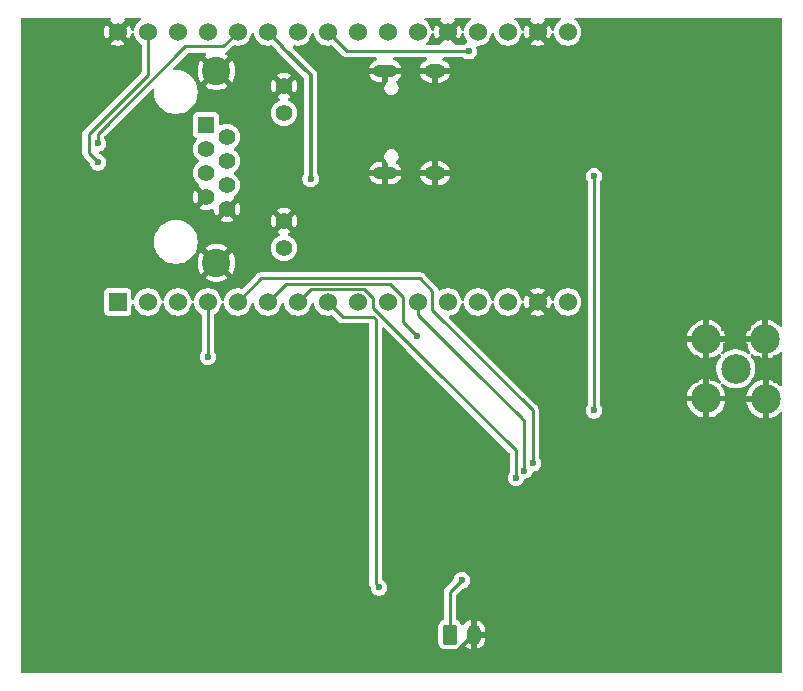
<source format=gbr>
%TF.GenerationSoftware,KiCad,Pcbnew,9.0.7*%
%TF.CreationDate,2026-02-14T09:58:14-05:00*%
%TF.ProjectId,satellite-board,73617465-6c6c-4697-9465-2d626f617264,rev?*%
%TF.SameCoordinates,Original*%
%TF.FileFunction,Copper,L2,Bot*%
%TF.FilePolarity,Positive*%
%FSLAX46Y46*%
G04 Gerber Fmt 4.6, Leading zero omitted, Abs format (unit mm)*
G04 Created by KiCad (PCBNEW 9.0.7) date 2026-02-14 09:58:14*
%MOMM*%
%LPD*%
G01*
G04 APERTURE LIST*
G04 Aperture macros list*
%AMRoundRect*
0 Rectangle with rounded corners*
0 $1 Rounding radius*
0 $2 $3 $4 $5 $6 $7 $8 $9 X,Y pos of 4 corners*
0 Add a 4 corners polygon primitive as box body*
4,1,4,$2,$3,$4,$5,$6,$7,$8,$9,$2,$3,0*
0 Add four circle primitives for the rounded corners*
1,1,$1+$1,$2,$3*
1,1,$1+$1,$4,$5*
1,1,$1+$1,$6,$7*
1,1,$1+$1,$8,$9*
0 Add four rect primitives between the rounded corners*
20,1,$1+$1,$2,$3,$4,$5,0*
20,1,$1+$1,$4,$5,$6,$7,0*
20,1,$1+$1,$6,$7,$8,$9,0*
20,1,$1+$1,$8,$9,$2,$3,0*%
G04 Aperture macros list end*
%TA.AperFunction,ComponentPad*%
%ADD10R,1.524000X1.524000*%
%TD*%
%TA.AperFunction,ComponentPad*%
%ADD11C,1.524000*%
%TD*%
%TA.AperFunction,ComponentPad*%
%ADD12C,2.500000*%
%TD*%
%TA.AperFunction,ComponentPad*%
%ADD13RoundRect,0.250000X-0.350000X-0.625000X0.350000X-0.625000X0.350000X0.625000X-0.350000X0.625000X0*%
%TD*%
%TA.AperFunction,ComponentPad*%
%ADD14O,1.200000X1.750000*%
%TD*%
%TA.AperFunction,ComponentPad*%
%ADD15O,2.000000X1.100000*%
%TD*%
%TA.AperFunction,ComponentPad*%
%ADD16O,1.800000X1.200000*%
%TD*%
%TA.AperFunction,ComponentPad*%
%ADD17R,1.408000X1.408000*%
%TD*%
%TA.AperFunction,ComponentPad*%
%ADD18C,1.408000*%
%TD*%
%TA.AperFunction,ComponentPad*%
%ADD19C,2.400000*%
%TD*%
%TA.AperFunction,ViaPad*%
%ADD20C,0.600000*%
%TD*%
%TA.AperFunction,Conductor*%
%ADD21C,0.350000*%
%TD*%
%TA.AperFunction,Conductor*%
%ADD22C,0.250000*%
%TD*%
G04 APERTURE END LIST*
D10*
%TO.P,U3,J1_1,ESP_3V3*%
%TO.N,+3V3*%
X158475000Y-67830000D03*
D11*
%TO.P,U3,J1_2,CHIP_PU*%
%TO.N,unconnected-(U3-CHIP_PU-PadJ1_2)*%
X161015000Y-67830000D03*
%TO.P,U3,J1_3,GPIO4*%
%TO.N,GPS_RX*%
X163555000Y-67830000D03*
%TO.P,U3,J1_4,GPIO5*%
%TO.N,GPS_TX*%
X166095000Y-67830000D03*
%TO.P,U3,J1_5,GPIO6*%
%TO.N,SCK*%
X168635000Y-67830000D03*
%TO.P,U3,J1_6,GPIO7*%
%TO.N,MOSI*%
X171175000Y-67830000D03*
%TO.P,U3,J1_7,GPIO0*%
%TO.N,NRESET*%
X173715000Y-67830000D03*
%TO.P,U3,J1_8,GPIO1*%
%TO.N,GPS_RESET*%
X176255000Y-67830000D03*
%TO.P,U3,J1_9,GPIO8*%
%TO.N,unconnected-(U3-GPIO8-PadJ1_9)*%
X178795000Y-67830000D03*
%TO.P,U3,J1_10,GPIO10*%
%TO.N,RJ45_SNS*%
X181335000Y-67830000D03*
%TO.P,U3,J1_11,GPIO11*%
%TO.N,CS_1*%
X183875000Y-67830000D03*
%TO.P,U3,J1_12,GPIO2*%
%TO.N,MISO*%
X186415000Y-67830000D03*
%TO.P,U3,J1_13,GPIO3*%
%TO.N,BUSY*%
X188955000Y-67830000D03*
%TO.P,U3,J1_14,VCC_5V*%
%TO.N,unconnected-(U3-VCC_5V-PadJ1_14)*%
X191495000Y-67830000D03*
%TO.P,U3,J1_15,GND_J1_15*%
%TO.N,GND*%
X194035000Y-67830000D03*
%TO.P,U3,J1_16,NC_J1_16*%
%TO.N,unconnected-(U3-NC_J1_16-PadJ1_16)*%
X196575000Y-67830000D03*
%TO.P,U3,J3_1,GND_J3_1*%
%TO.N,GND*%
X158475000Y-44970000D03*
%TO.P,U3,J3_2,UART_TXD*%
%TO.N,RS_TX*%
X161015000Y-44970000D03*
%TO.P,U3,J3_3,UART_RXD*%
%TO.N,unconnected-(U3-UART_RXD-PadJ3_3)*%
X163555000Y-44970000D03*
%TO.P,U3,J3_4,GPIO15*%
%TO.N,unconnected-(U3-GPIO15-PadJ3_4)*%
X166095000Y-44970000D03*
%TO.P,U3,J3_5,GPIO23*%
%TO.N,RS_EN*%
X168635000Y-44970000D03*
%TO.P,U3,J3_6,GPIO22*%
%TO.N,LED_YLW*%
X171175000Y-44970000D03*
%TO.P,U3,J3_7,GPIO21*%
%TO.N,LED_GRN*%
X173715000Y-44970000D03*
%TO.P,U3,J3_8,GPIO20*%
%TO.N,DIO1*%
X176255000Y-44970000D03*
%TO.P,U3,J3_9,GPIO19*%
%TO.N,SCL*%
X178795000Y-44970000D03*
%TO.P,U3,J3_10,GPIO18*%
%TO.N,SDA*%
X181335000Y-44970000D03*
%TO.P,U3,J3_11,GPIO9*%
%TO.N,unconnected-(U3-GPIO9-PadJ3_11)*%
X183875000Y-44970000D03*
%TO.P,U3,J3_12,GND_J3_12*%
%TO.N,GND*%
X186415000Y-44970000D03*
%TO.P,U3,J3_13,GPIO13*%
%TO.N,unconnected-(U3-GPIO13-PadJ3_13)*%
X188955000Y-44970000D03*
%TO.P,U3,J3_14,GPIO12*%
%TO.N,unconnected-(U3-GPIO12-PadJ3_14)*%
X191495000Y-44970000D03*
%TO.P,U3,J3_15,GND_J3_15*%
%TO.N,GND*%
X194035000Y-44970000D03*
%TO.P,U3,J3_16,NC_J3_16*%
%TO.N,unconnected-(U3-NC_J3_16-PadJ3_16)*%
X196575000Y-44970000D03*
%TD*%
D12*
%TO.P,U6,1,1*%
%TO.N,GND*%
X213300000Y-71000000D03*
%TO.P,U6,2,2*%
X213340000Y-76040000D03*
%TO.P,U6,3,3*%
X208300000Y-76000000D03*
%TO.P,U6,4,4*%
X208300000Y-71000000D03*
%TO.P,U6,5,5*%
%TO.N,Net-(U1-ANT)*%
X210800000Y-73500000D03*
%TD*%
D13*
%TO.P,J2,1,1*%
%TO.N,+BATT*%
X186600000Y-96000000D03*
D14*
%TO.P,J2,2,2*%
%TO.N,GND*%
X188600000Y-96000000D03*
%TD*%
D15*
%TO.P,USB1,13,SHELL*%
%TO.N,GND*%
X181124250Y-56925000D03*
D16*
X185324250Y-56925000D03*
D15*
%TO.P,USB1,14,SHELL*%
X181124250Y-48275000D03*
D16*
X185324250Y-48275000D03*
%TD*%
D17*
%TO.P,J1,1,1*%
%TO.N,RS_A*%
X165940000Y-52830000D03*
D18*
%TO.P,J1,2,2*%
%TO.N,RS_B*%
X167720000Y-53850000D03*
%TO.P,J1,3,3*%
%TO.N,Net-(J1-Pad3)*%
X165940000Y-54870000D03*
%TO.P,J1,4,4*%
%TO.N,VBUS*%
X167720000Y-55890000D03*
%TO.P,J1,5,5*%
X165940000Y-56910000D03*
%TO.P,J1,6,6*%
%TO.N,Net-(J1-Pad3)*%
X167720000Y-57930000D03*
%TO.P,J1,7,7*%
%TO.N,GND*%
X165940000Y-58950000D03*
%TO.P,J1,8,8*%
X167720000Y-59970000D03*
%TO.P,J1,9*%
X172540000Y-49540000D03*
%TO.P,J1,10*%
%TO.N,Net-(J1-Pad10)*%
X172540000Y-51830000D03*
%TO.P,J1,11*%
%TO.N,GND*%
X172540000Y-60970000D03*
%TO.P,J1,12*%
%TO.N,Net-(J1-Pad12)*%
X172540000Y-63260000D03*
D19*
%TO.P,J1,SH1,SHIELD*%
%TO.N,GND*%
X166830000Y-64525000D03*
%TO.P,J1,SH2,SHIELD__1*%
X166830000Y-48275000D03*
%TD*%
D20*
%TO.N,GND*%
X166000000Y-93000000D03*
X210000000Y-87500000D03*
X200000000Y-90000000D03*
X205000000Y-82500000D03*
X208200000Y-73600000D03*
X210800000Y-69800000D03*
X159000000Y-90000000D03*
X162000000Y-93000000D03*
X157000000Y-92000000D03*
X157000000Y-90000000D03*
X208912076Y-74304309D03*
X157000000Y-84000000D03*
X173000000Y-78000000D03*
X164000000Y-85200000D03*
X164000000Y-87400000D03*
X160000000Y-93000000D03*
X205000000Y-87500000D03*
X200000000Y-87500000D03*
X158000000Y-89000000D03*
X168200000Y-83000000D03*
X166200000Y-89400000D03*
X166200000Y-78800000D03*
X164000000Y-89400000D03*
X214400000Y-77800000D03*
X173000000Y-88000000D03*
X166200000Y-87400000D03*
X159000000Y-82000000D03*
X168200000Y-81000000D03*
X156000000Y-77000000D03*
X173000000Y-82000000D03*
X210800000Y-70800000D03*
X156000000Y-79000000D03*
X174000000Y-93000000D03*
X170400000Y-85200000D03*
X197500000Y-87500000D03*
X210600000Y-80600000D03*
X174000000Y-87000000D03*
X159000000Y-88000000D03*
X159000000Y-80000000D03*
X168200000Y-85200000D03*
X160000000Y-75000000D03*
X202500000Y-90000000D03*
X212400000Y-81400000D03*
X200000000Y-82500000D03*
X170000000Y-93000000D03*
X158000000Y-87000000D03*
X202500000Y-82500000D03*
X156000000Y-93000000D03*
X164000000Y-83000000D03*
X156000000Y-91000000D03*
X168200000Y-87400000D03*
X205000000Y-90000000D03*
X212659482Y-72673275D03*
X210000000Y-92500000D03*
X161800000Y-81000000D03*
X197500000Y-90000000D03*
X173000000Y-80000000D03*
X157000000Y-78000000D03*
X161800000Y-87400000D03*
X174000000Y-85000000D03*
X156000000Y-81000000D03*
X168200000Y-89400000D03*
X213400000Y-77800000D03*
X157000000Y-80000000D03*
X212400000Y-77800000D03*
X211800000Y-70000000D03*
X156000000Y-75000000D03*
X174000000Y-79000000D03*
X166100000Y-81000000D03*
X161800000Y-85200000D03*
X170400000Y-83000000D03*
X161800000Y-83000000D03*
X200000000Y-92500000D03*
X214000000Y-78600000D03*
X174000000Y-77000000D03*
X170400000Y-89400000D03*
X158000000Y-93000000D03*
X159000000Y-84000000D03*
X210000000Y-90000000D03*
X172000000Y-75000000D03*
X170400000Y-78800000D03*
X158000000Y-83000000D03*
X158000000Y-75000000D03*
X170400000Y-81000000D03*
X156000000Y-87000000D03*
X212659482Y-74273275D03*
X174000000Y-83000000D03*
X207500000Y-85000000D03*
X202500000Y-87500000D03*
X205000000Y-92500000D03*
X205000000Y-85000000D03*
X174000000Y-75000000D03*
X197500000Y-92500000D03*
X157000000Y-86000000D03*
X173000000Y-90000000D03*
X158000000Y-79000000D03*
X161800000Y-78800000D03*
X159000000Y-86000000D03*
X208912076Y-72704309D03*
X156000000Y-85000000D03*
X209400000Y-80600000D03*
X210000000Y-71600000D03*
X207500000Y-92500000D03*
X207500000Y-82500000D03*
X213400000Y-79400000D03*
X170400000Y-87400000D03*
X207400000Y-72600000D03*
X211200000Y-81400000D03*
X202500000Y-85000000D03*
X172000000Y-93000000D03*
X214200000Y-74473275D03*
X211800000Y-80600000D03*
X197500000Y-82500000D03*
X161800000Y-89400000D03*
X157000000Y-82000000D03*
X214188789Y-72543963D03*
X202500000Y-92500000D03*
X207500000Y-90000000D03*
X213400000Y-73473275D03*
X209800000Y-70000000D03*
X213400000Y-81000000D03*
X207400000Y-74400000D03*
X157000000Y-88000000D03*
X158000000Y-81000000D03*
X166000000Y-75000000D03*
X214000000Y-80200000D03*
X164000000Y-93000000D03*
X156000000Y-89000000D03*
X174000000Y-81000000D03*
X197500000Y-85000000D03*
X168200000Y-78800000D03*
X214400000Y-79400000D03*
X174000000Y-91000000D03*
X212400000Y-79400000D03*
X207500000Y-87500000D03*
X158000000Y-85000000D03*
X174000000Y-89000000D03*
X207112076Y-73504309D03*
X212800000Y-80200000D03*
X212800000Y-78600000D03*
X173000000Y-76000000D03*
X173000000Y-84000000D03*
X211600000Y-71600000D03*
X157000000Y-76000000D03*
X164000000Y-75000000D03*
X200000000Y-85000000D03*
X164000000Y-81000000D03*
X156000000Y-83000000D03*
X210000000Y-85000000D03*
X173000000Y-86000000D03*
X164000000Y-78800000D03*
X210000000Y-82500000D03*
%TO.N,+BATT*%
X187600000Y-91400000D03*
%TO.N,GPS_RESET*%
X180600000Y-92000000D03*
%TO.N,LED_YLW*%
X174800000Y-57400000D03*
%TO.N,NRESET*%
X192200000Y-82700000D03*
%TO.N,SCK*%
X193600000Y-81500000D03*
%TO.N,MOSI*%
X183850000Y-70750000D03*
%TO.N,CS_1*%
X192900000Y-82100000D03*
%TO.N,DIO1*%
X198800000Y-77000000D03*
X198800000Y-57200000D03*
X188200000Y-46600000D03*
%TO.N,GPS_TX*%
X166108058Y-72491942D03*
%TO.N,RS_EN*%
X156800000Y-54400000D03*
%TO.N,RS_TX*%
X156800000Y-56000000D03*
%TD*%
D21*
%TO.N,GND*%
X178400000Y-97400000D02*
X174000000Y-93000000D01*
X187200000Y-97400000D02*
X178400000Y-97400000D01*
X188600000Y-96000000D02*
X187200000Y-97400000D01*
D22*
%TO.N,+BATT*%
X186600000Y-96000000D02*
X186600000Y-92400000D01*
X186600000Y-92400000D02*
X187600000Y-91400000D01*
%TO.N,GPS_RESET*%
X180300000Y-69300000D02*
X180300000Y-91700000D01*
X180300000Y-91700000D02*
X180600000Y-92000000D01*
X176255000Y-67830000D02*
X177525000Y-69100000D01*
X177525000Y-69100000D02*
X180100000Y-69100000D01*
X180100000Y-69100000D02*
X180300000Y-69300000D01*
D21*
%TO.N,LED_YLW*%
X172405000Y-46205000D02*
X172405000Y-46200000D01*
X174800000Y-48600000D02*
X172405000Y-46205000D01*
X174800000Y-57400000D02*
X174800000Y-48600000D01*
X172405000Y-46200000D02*
X171175000Y-44970000D01*
D22*
%TO.N,NRESET*%
X192200000Y-80400000D02*
X192200000Y-82700000D01*
X180100000Y-68300000D02*
X185100000Y-73300000D01*
X180100000Y-67500000D02*
X180100000Y-68300000D01*
X174803000Y-66742000D02*
X179342000Y-66742000D01*
X173715000Y-67830000D02*
X174803000Y-66742000D01*
X185100000Y-73300000D02*
X192200000Y-80400000D01*
X179342000Y-66742000D02*
X180100000Y-67500000D01*
%TO.N,SCK*%
X170625000Y-65840000D02*
X184040000Y-65840000D01*
X185100000Y-68500000D02*
X193600000Y-77000000D01*
X168635000Y-67830000D02*
X170625000Y-65840000D01*
X185100000Y-66900000D02*
X185100000Y-68500000D01*
X184040000Y-65840000D02*
X185100000Y-66900000D01*
X193600000Y-77000000D02*
X193600000Y-81500000D01*
%TO.N,MOSI*%
X172714000Y-66291000D02*
X171175000Y-67830000D01*
X183850000Y-70750000D02*
X182600000Y-69500000D01*
X182600000Y-67400000D02*
X181491000Y-66291000D01*
X181491000Y-66291000D02*
X172714000Y-66291000D01*
%TO.N,CS_1*%
X188800000Y-73832630D02*
X188832630Y-73832630D01*
X192600000Y-77600000D02*
X192900000Y-77900000D01*
X188832630Y-73832630D02*
X192600000Y-77600000D01*
X192900000Y-77900000D02*
X192900000Y-82100000D01*
X183875000Y-67830000D02*
X183875000Y-68907630D01*
X183875000Y-68907630D02*
X188800000Y-73832630D01*
%TO.N,DIO1*%
X176255000Y-44970000D02*
X177885000Y-46600000D01*
X198800000Y-57200000D02*
X198800000Y-77000000D01*
X177885000Y-46600000D02*
X188200000Y-46600000D01*
%TO.N,GPS_TX*%
X166095000Y-72478884D02*
X166108058Y-72491942D01*
X166095000Y-67830000D02*
X166095000Y-72478884D01*
%TO.N,RS_EN*%
X156800000Y-54400000D02*
X156800000Y-53600000D01*
X167405000Y-46200000D02*
X168635000Y-44970000D01*
X164200000Y-46200000D02*
X167405000Y-46200000D01*
X156800000Y-53600000D02*
X164200000Y-46200000D01*
%TO.N,RS_TX*%
X161015000Y-48585000D02*
X161015000Y-44970000D01*
X156000000Y-53600000D02*
X161015000Y-48585000D01*
X156000000Y-55200000D02*
X156000000Y-53600000D01*
X156800000Y-56000000D02*
X156000000Y-55200000D01*
%TO.N,MOSI*%
X182600000Y-69500000D02*
X182600000Y-67400000D01*
%TD*%
%TA.AperFunction,Conductor*%
%TO.N,GND*%
G36*
X157861993Y-43770185D02*
G01*
X157907748Y-43822989D01*
X157917692Y-43892147D01*
X157888667Y-43955703D01*
X157867834Y-43974822D01*
X157847875Y-43989321D01*
X158339058Y-44480504D01*
X158278919Y-44496619D01*
X158163080Y-44563498D01*
X158068498Y-44658080D01*
X158001619Y-44773919D01*
X157985504Y-44834058D01*
X157494321Y-44342875D01*
X157494320Y-44342875D01*
X157481167Y-44360981D01*
X157398133Y-44523944D01*
X157341611Y-44697897D01*
X157313000Y-44878543D01*
X157313000Y-45061456D01*
X157341611Y-45242102D01*
X157398133Y-45416057D01*
X157481169Y-45579020D01*
X157494320Y-45597123D01*
X157494321Y-45597123D01*
X157985504Y-45105940D01*
X158001619Y-45166081D01*
X158068498Y-45281920D01*
X158163080Y-45376502D01*
X158278919Y-45443381D01*
X158339058Y-45459495D01*
X157847875Y-45950677D01*
X157847875Y-45950678D01*
X157865978Y-45963830D01*
X157865980Y-45963831D01*
X158028944Y-46046866D01*
X158202897Y-46103388D01*
X158383544Y-46132000D01*
X158566456Y-46132000D01*
X158747102Y-46103388D01*
X158921055Y-46046866D01*
X159084020Y-45963830D01*
X159102123Y-45950678D01*
X159102123Y-45950677D01*
X158610941Y-45459495D01*
X158671081Y-45443381D01*
X158786920Y-45376502D01*
X158881502Y-45281920D01*
X158948381Y-45166081D01*
X158964495Y-45105941D01*
X159455677Y-45597123D01*
X159455678Y-45597123D01*
X159468830Y-45579020D01*
X159551866Y-45416055D01*
X159608388Y-45242102D01*
X159622273Y-45154433D01*
X159652202Y-45091298D01*
X159711513Y-45054366D01*
X159781375Y-45055364D01*
X159839608Y-45093973D01*
X159867219Y-45154431D01*
X159881123Y-45242216D01*
X159881124Y-45242219D01*
X159937669Y-45416245D01*
X160012380Y-45562874D01*
X160020743Y-45579286D01*
X160128288Y-45727312D01*
X160128294Y-45727318D01*
X160257682Y-45856706D01*
X160405717Y-45964259D01*
X160421795Y-45972451D01*
X160472590Y-46020422D01*
X160489500Y-46082935D01*
X160489500Y-48315968D01*
X160469815Y-48383007D01*
X160453181Y-48403649D01*
X155579496Y-53277333D01*
X155579492Y-53277338D01*
X155510311Y-53397163D01*
X155510312Y-53397163D01*
X155510312Y-53397165D01*
X155474499Y-53530818D01*
X155474499Y-53679172D01*
X155474500Y-53679185D01*
X155474500Y-55123204D01*
X155474499Y-55123222D01*
X155474499Y-55130817D01*
X155474499Y-55269183D01*
X155495575Y-55347838D01*
X155495574Y-55347838D01*
X155510310Y-55402831D01*
X155510313Y-55402838D01*
X155579492Y-55522661D01*
X155579496Y-55522666D01*
X155684400Y-55627570D01*
X155684406Y-55627575D01*
X156066365Y-56009534D01*
X156099850Y-56070857D01*
X156100301Y-56073023D01*
X156126418Y-56204322D01*
X156126421Y-56204332D01*
X156179221Y-56331804D01*
X156179228Y-56331817D01*
X156255885Y-56446541D01*
X156255888Y-56446545D01*
X156353454Y-56544111D01*
X156353458Y-56544114D01*
X156468182Y-56620771D01*
X156468195Y-56620778D01*
X156595667Y-56673578D01*
X156595672Y-56673580D01*
X156595676Y-56673580D01*
X156595677Y-56673581D01*
X156731004Y-56700500D01*
X156731007Y-56700500D01*
X156868995Y-56700500D01*
X156960041Y-56682389D01*
X157004328Y-56673580D01*
X157131811Y-56620775D01*
X157246542Y-56544114D01*
X157344114Y-56446542D01*
X157420775Y-56331811D01*
X157473580Y-56204328D01*
X157484658Y-56148638D01*
X157500500Y-56068995D01*
X157500500Y-55931004D01*
X157473581Y-55795677D01*
X157473580Y-55795676D01*
X157473580Y-55795672D01*
X157471099Y-55789683D01*
X157420778Y-55668195D01*
X157420771Y-55668182D01*
X157344114Y-55553458D01*
X157344111Y-55553454D01*
X157246545Y-55455888D01*
X157246541Y-55455885D01*
X157131817Y-55379228D01*
X157131804Y-55379221D01*
X157004332Y-55326421D01*
X157004320Y-55326418D01*
X156980184Y-55321617D01*
X156918273Y-55289232D01*
X156883699Y-55228517D01*
X156887438Y-55158747D01*
X156928304Y-55102075D01*
X156980184Y-55078383D01*
X156990277Y-55076374D01*
X157004328Y-55073580D01*
X157131811Y-55020775D01*
X157246542Y-54944114D01*
X157344114Y-54846542D01*
X157420775Y-54731811D01*
X157473580Y-54604328D01*
X157500500Y-54468993D01*
X157500500Y-54331007D01*
X157500500Y-54331004D01*
X157473581Y-54195677D01*
X157473580Y-54195676D01*
X157473580Y-54195672D01*
X157437530Y-54108639D01*
X157420778Y-54068195D01*
X157420771Y-54068182D01*
X157346398Y-53956875D01*
X157340747Y-53938828D01*
X157330523Y-53922919D01*
X157326071Y-53891957D01*
X157325520Y-53890197D01*
X157325500Y-53887984D01*
X157325500Y-53869030D01*
X157345185Y-53801991D01*
X157361814Y-53781354D01*
X159048693Y-52094475D01*
X164835500Y-52094475D01*
X164835500Y-53565517D01*
X164846292Y-53633657D01*
X164850354Y-53659304D01*
X164907950Y-53772342D01*
X164907952Y-53772344D01*
X164907954Y-53772347D01*
X164997652Y-53862045D01*
X164997656Y-53862048D01*
X164997658Y-53862050D01*
X165102820Y-53915633D01*
X165153614Y-53963606D01*
X165170409Y-54031427D01*
X165147872Y-54097561D01*
X165134205Y-54113796D01*
X165097538Y-54150463D01*
X165097537Y-54150465D01*
X165097535Y-54150467D01*
X165064688Y-54195677D01*
X164995347Y-54291115D01*
X164916418Y-54446021D01*
X164862697Y-54611357D01*
X164862697Y-54611360D01*
X164835500Y-54783074D01*
X164835500Y-54956925D01*
X164862697Y-55128639D01*
X164862697Y-55128642D01*
X164916418Y-55293978D01*
X164971882Y-55402831D01*
X164995347Y-55448884D01*
X165097535Y-55589533D01*
X165220467Y-55712465D01*
X165220473Y-55712469D01*
X165326746Y-55789683D01*
X165369412Y-55845013D01*
X165375390Y-55914626D01*
X165342784Y-55976421D01*
X165326746Y-55990317D01*
X165220473Y-56067530D01*
X165220464Y-56067537D01*
X165097537Y-56190464D01*
X165097537Y-56190465D01*
X165097535Y-56190467D01*
X165053649Y-56250869D01*
X164995347Y-56331115D01*
X164916418Y-56486021D01*
X164862697Y-56651357D01*
X164862697Y-56651360D01*
X164837697Y-56809204D01*
X164835500Y-56823074D01*
X164835500Y-56996926D01*
X164845991Y-57063165D01*
X164862697Y-57168639D01*
X164862697Y-57168642D01*
X164916418Y-57333978D01*
X164985212Y-57468993D01*
X164995347Y-57488884D01*
X165097535Y-57629533D01*
X165220467Y-57752465D01*
X165327171Y-57829990D01*
X165369835Y-57885319D01*
X165375814Y-57954933D01*
X165355816Y-57992832D01*
X165354398Y-58010845D01*
X165851414Y-58507861D01*
X165766306Y-58530667D01*
X165663694Y-58589910D01*
X165579910Y-58673694D01*
X165520667Y-58776306D01*
X165497861Y-58861414D01*
X165000845Y-58364398D01*
X165000844Y-58364398D01*
X164995775Y-58371375D01*
X164916884Y-58526206D01*
X164863183Y-58691478D01*
X164836000Y-58863107D01*
X164836000Y-59036892D01*
X164863183Y-59208521D01*
X164916884Y-59373793D01*
X164995776Y-59528624D01*
X164995777Y-59528626D01*
X165000844Y-59535600D01*
X165000846Y-59535601D01*
X165497861Y-59038585D01*
X165520667Y-59123694D01*
X165579910Y-59226306D01*
X165663694Y-59310090D01*
X165766306Y-59369333D01*
X165851413Y-59392137D01*
X165354398Y-59889152D01*
X165361382Y-59894228D01*
X165516206Y-59973115D01*
X165681478Y-60026816D01*
X165853108Y-60054000D01*
X166026892Y-60054000D01*
X166198521Y-60026816D01*
X166363793Y-59973115D01*
X166435705Y-59936474D01*
X166504374Y-59923578D01*
X166569115Y-59949854D01*
X166609372Y-60006961D01*
X166616000Y-60046959D01*
X166616000Y-60056892D01*
X166643183Y-60228521D01*
X166696884Y-60393793D01*
X166775776Y-60548624D01*
X166775777Y-60548626D01*
X166780844Y-60555600D01*
X166780845Y-60555600D01*
X167277861Y-60058584D01*
X167300667Y-60143694D01*
X167359910Y-60246306D01*
X167443694Y-60330090D01*
X167546306Y-60389333D01*
X167631414Y-60412137D01*
X167134398Y-60909153D01*
X167141382Y-60914228D01*
X167296206Y-60993115D01*
X167461478Y-61046816D01*
X167633108Y-61074000D01*
X167806892Y-61074000D01*
X167978521Y-61046816D01*
X168143793Y-60993115D01*
X168298624Y-60914224D01*
X168305600Y-60909154D01*
X168305600Y-60909153D01*
X167808585Y-60412137D01*
X167893694Y-60389333D01*
X167996306Y-60330090D01*
X168080090Y-60246306D01*
X168139333Y-60143694D01*
X168162138Y-60058585D01*
X168659153Y-60555600D01*
X168664224Y-60548624D01*
X168743115Y-60393793D01*
X168796816Y-60228521D01*
X168823713Y-60058706D01*
X168824000Y-60056892D01*
X168824000Y-59883107D01*
X168796816Y-59711478D01*
X168743115Y-59546206D01*
X168664228Y-59391382D01*
X168659153Y-59384398D01*
X168162137Y-59881414D01*
X168139333Y-59796306D01*
X168080090Y-59693694D01*
X167996306Y-59609910D01*
X167893694Y-59550667D01*
X167808583Y-59527861D01*
X168305600Y-59030845D01*
X168304240Y-59013553D01*
X168290158Y-58995289D01*
X168284183Y-58925675D01*
X168316794Y-58863883D01*
X168332820Y-58849996D01*
X168439533Y-58772465D01*
X168562465Y-58649533D01*
X168664653Y-58508884D01*
X168743580Y-58353981D01*
X168797303Y-58188638D01*
X168824500Y-58016926D01*
X168824500Y-57843074D01*
X168797303Y-57671362D01*
X168797302Y-57671358D01*
X168797302Y-57671357D01*
X168743581Y-57506021D01*
X168691766Y-57404328D01*
X168664653Y-57351116D01*
X168562465Y-57210467D01*
X168439533Y-57087535D01*
X168333252Y-57010317D01*
X168290588Y-56954988D01*
X168284609Y-56885374D01*
X168317215Y-56823579D01*
X168333253Y-56809682D01*
X168333911Y-56809204D01*
X168439533Y-56732465D01*
X168562465Y-56609533D01*
X168664653Y-56468884D01*
X168743580Y-56313981D01*
X168752172Y-56287537D01*
X168797302Y-56148642D01*
X168797302Y-56148641D01*
X168797303Y-56148638D01*
X168824500Y-55976926D01*
X168824500Y-55803074D01*
X168797303Y-55631362D01*
X168797302Y-55631358D01*
X168797302Y-55631357D01*
X168743581Y-55466021D01*
X168732518Y-55444308D01*
X168664653Y-55311116D01*
X168562465Y-55170467D01*
X168439533Y-55047535D01*
X168333252Y-54970317D01*
X168290588Y-54914988D01*
X168284609Y-54845374D01*
X168317215Y-54783579D01*
X168333253Y-54769682D01*
X168439533Y-54692465D01*
X168562465Y-54569533D01*
X168664653Y-54428884D01*
X168743580Y-54273981D01*
X168743581Y-54273978D01*
X168797302Y-54108642D01*
X168797302Y-54108641D01*
X168797303Y-54108638D01*
X168824500Y-53936926D01*
X168824500Y-53763074D01*
X168797303Y-53591362D01*
X168797302Y-53591358D01*
X168797302Y-53591357D01*
X168743581Y-53426021D01*
X168667823Y-53277338D01*
X168664653Y-53271116D01*
X168562465Y-53130467D01*
X168439533Y-53007535D01*
X168298884Y-52905347D01*
X168240514Y-52875606D01*
X168143978Y-52826418D01*
X167978641Y-52772697D01*
X167849385Y-52752225D01*
X167806926Y-52745500D01*
X167633074Y-52745500D01*
X167590615Y-52752225D01*
X167461360Y-52772697D01*
X167461357Y-52772697D01*
X167296019Y-52826419D01*
X167296018Y-52826419D01*
X167224793Y-52862710D01*
X167156124Y-52875606D01*
X167091383Y-52849329D01*
X167051127Y-52792222D01*
X167044499Y-52752225D01*
X167044499Y-52094482D01*
X167043573Y-52088638D01*
X167029646Y-52000696D01*
X166972050Y-51887658D01*
X166972046Y-51887654D01*
X166972045Y-51887652D01*
X166882347Y-51797954D01*
X166882344Y-51797952D01*
X166882342Y-51797950D01*
X166805517Y-51758805D01*
X166774643Y-51743074D01*
X171435500Y-51743074D01*
X171435500Y-51916925D01*
X171462697Y-52088639D01*
X171462697Y-52088642D01*
X171516418Y-52253978D01*
X171516420Y-52253981D01*
X171595347Y-52408884D01*
X171697535Y-52549533D01*
X171820467Y-52672465D01*
X171961116Y-52774653D01*
X172107676Y-52849329D01*
X172116021Y-52853581D01*
X172281358Y-52907302D01*
X172281359Y-52907302D01*
X172281362Y-52907303D01*
X172453074Y-52934500D01*
X172453075Y-52934500D01*
X172626925Y-52934500D01*
X172626926Y-52934500D01*
X172798638Y-52907303D01*
X172798641Y-52907302D01*
X172798642Y-52907302D01*
X172963978Y-52853581D01*
X172963978Y-52853580D01*
X172963981Y-52853580D01*
X173118884Y-52774653D01*
X173259533Y-52672465D01*
X173382465Y-52549533D01*
X173484653Y-52408884D01*
X173563580Y-52253981D01*
X173615405Y-52094481D01*
X173617302Y-52088642D01*
X173617302Y-52088641D01*
X173617303Y-52088638D01*
X173644500Y-51916926D01*
X173644500Y-51743074D01*
X173617303Y-51571362D01*
X173617302Y-51571358D01*
X173617302Y-51571357D01*
X173563581Y-51406021D01*
X173563580Y-51406019D01*
X173484653Y-51251116D01*
X173382465Y-51110467D01*
X173259533Y-50987535D01*
X173118884Y-50885347D01*
X172963981Y-50806420D01*
X172963980Y-50806419D01*
X172963975Y-50806417D01*
X172963974Y-50806416D01*
X172952430Y-50802665D01*
X172894756Y-50763225D01*
X172867561Y-50698865D01*
X172879478Y-50630020D01*
X172926724Y-50578546D01*
X172952440Y-50566803D01*
X172963794Y-50563114D01*
X173118624Y-50484224D01*
X173125600Y-50479153D01*
X172628585Y-49982137D01*
X172713694Y-49959333D01*
X172816306Y-49900090D01*
X172900090Y-49816306D01*
X172959333Y-49713694D01*
X172982138Y-49628585D01*
X173479153Y-50125600D01*
X173484224Y-50118624D01*
X173563115Y-49963793D01*
X173616816Y-49798521D01*
X173644000Y-49626892D01*
X173644000Y-49453107D01*
X173616816Y-49281478D01*
X173563115Y-49116206D01*
X173484228Y-48961382D01*
X173479153Y-48954398D01*
X172982137Y-49451414D01*
X172959333Y-49366306D01*
X172900090Y-49263694D01*
X172816306Y-49179910D01*
X172713694Y-49120667D01*
X172628585Y-49097861D01*
X173125601Y-48600846D01*
X173125600Y-48600844D01*
X173118626Y-48595777D01*
X173118624Y-48595776D01*
X172963793Y-48516884D01*
X172798521Y-48463183D01*
X172626892Y-48436000D01*
X172453108Y-48436000D01*
X172281478Y-48463183D01*
X172116206Y-48516884D01*
X171961375Y-48595775D01*
X171954398Y-48600844D01*
X171954398Y-48600845D01*
X172451415Y-49097861D01*
X172366306Y-49120667D01*
X172263694Y-49179910D01*
X172179910Y-49263694D01*
X172120667Y-49366306D01*
X172097861Y-49451414D01*
X171600845Y-48954398D01*
X171600844Y-48954398D01*
X171595775Y-48961375D01*
X171516884Y-49116206D01*
X171463183Y-49281478D01*
X171436000Y-49453107D01*
X171436000Y-49626892D01*
X171463183Y-49798521D01*
X171516884Y-49963793D01*
X171595776Y-50118624D01*
X171595777Y-50118626D01*
X171600844Y-50125600D01*
X171600846Y-50125601D01*
X172097861Y-49628585D01*
X172120667Y-49713694D01*
X172179910Y-49816306D01*
X172263694Y-49900090D01*
X172366306Y-49959333D01*
X172451414Y-49982137D01*
X171954398Y-50479153D01*
X171961382Y-50484228D01*
X172116207Y-50563115D01*
X172127561Y-50566804D01*
X172185237Y-50606240D01*
X172212437Y-50670598D01*
X172200525Y-50739444D01*
X172153282Y-50790922D01*
X172127572Y-50802665D01*
X172116020Y-50806419D01*
X171961115Y-50885347D01*
X171880869Y-50943649D01*
X171820467Y-50987535D01*
X171820465Y-50987537D01*
X171820464Y-50987537D01*
X171697537Y-51110464D01*
X171697537Y-51110465D01*
X171697535Y-51110467D01*
X171653649Y-51170869D01*
X171595347Y-51251115D01*
X171516418Y-51406021D01*
X171462697Y-51571357D01*
X171462697Y-51571360D01*
X171435500Y-51743074D01*
X166774643Y-51743074D01*
X166769301Y-51740352D01*
X166675524Y-51725500D01*
X165204482Y-51725500D01*
X165123519Y-51738323D01*
X165110696Y-51740354D01*
X164997658Y-51797950D01*
X164997657Y-51797951D01*
X164997652Y-51797954D01*
X164907954Y-51887652D01*
X164907951Y-51887657D01*
X164850352Y-52000698D01*
X164835500Y-52094475D01*
X159048693Y-52094475D01*
X161341998Y-49801169D01*
X161403319Y-49767686D01*
X161473011Y-49772670D01*
X161528944Y-49814542D01*
X161553361Y-49880006D01*
X161552617Y-49905034D01*
X161549500Y-49928714D01*
X161549500Y-50171288D01*
X161581161Y-50411785D01*
X161643947Y-50646104D01*
X161736773Y-50870205D01*
X161736776Y-50870212D01*
X161858064Y-51080289D01*
X161858066Y-51080292D01*
X161858067Y-51080293D01*
X162005733Y-51272736D01*
X162005739Y-51272743D01*
X162177256Y-51444260D01*
X162177262Y-51444265D01*
X162369711Y-51591936D01*
X162579788Y-51713224D01*
X162803900Y-51806054D01*
X163038211Y-51868838D01*
X163181166Y-51887658D01*
X163278711Y-51900500D01*
X163278712Y-51900500D01*
X163521289Y-51900500D01*
X163569388Y-51894167D01*
X163761789Y-51868838D01*
X163996100Y-51806054D01*
X164220212Y-51713224D01*
X164430289Y-51591936D01*
X164622738Y-51444265D01*
X164794265Y-51272738D01*
X164941936Y-51080289D01*
X165063224Y-50870212D01*
X165156054Y-50646100D01*
X165218838Y-50411789D01*
X165250500Y-50171288D01*
X165250500Y-49928712D01*
X165218838Y-49688211D01*
X165156054Y-49453900D01*
X165153739Y-49448312D01*
X165119771Y-49366306D01*
X165063224Y-49229788D01*
X164941936Y-49019711D01*
X164847317Y-48896401D01*
X164794266Y-48827263D01*
X164794260Y-48827256D01*
X164622743Y-48655739D01*
X164622736Y-48655733D01*
X164430293Y-48508067D01*
X164430290Y-48508065D01*
X164430289Y-48508064D01*
X164220212Y-48386776D01*
X164173268Y-48367331D01*
X163996104Y-48293947D01*
X163977663Y-48289005D01*
X163761789Y-48231162D01*
X163761788Y-48231161D01*
X163761785Y-48231161D01*
X163521289Y-48199500D01*
X163521288Y-48199500D01*
X163278712Y-48199500D01*
X163263330Y-48201525D01*
X163255034Y-48202617D01*
X163185999Y-48191849D01*
X163133744Y-48145468D01*
X163114861Y-48078198D01*
X163135344Y-48011398D01*
X163151165Y-47992002D01*
X164381350Y-46761819D01*
X164442673Y-46728334D01*
X164469031Y-46725500D01*
X165858987Y-46725500D01*
X165926026Y-46745185D01*
X165971781Y-46797989D01*
X165981725Y-46867147D01*
X165952700Y-46930703D01*
X165931872Y-46949819D01*
X165889300Y-46980748D01*
X166467705Y-47559153D01*
X166451058Y-47566049D01*
X166320030Y-47653599D01*
X166208599Y-47765030D01*
X166121049Y-47896058D01*
X166114153Y-47912705D01*
X165535748Y-47334300D01*
X165535747Y-47334301D01*
X165461559Y-47436413D01*
X165347219Y-47660815D01*
X165269397Y-47900330D01*
X165230000Y-48149071D01*
X165230000Y-48400928D01*
X165269397Y-48649669D01*
X165347219Y-48889184D01*
X165461557Y-49113583D01*
X165535748Y-49215697D01*
X165535748Y-49215698D01*
X166114152Y-48637293D01*
X166121049Y-48653942D01*
X166208599Y-48784970D01*
X166320030Y-48896401D01*
X166451058Y-48983951D01*
X166467705Y-48990846D01*
X165889300Y-49569250D01*
X165991416Y-49643442D01*
X166215815Y-49757780D01*
X166455330Y-49835602D01*
X166704072Y-49875000D01*
X166955928Y-49875000D01*
X167204669Y-49835602D01*
X167444184Y-49757780D01*
X167668575Y-49643446D01*
X167668581Y-49643442D01*
X167770697Y-49569250D01*
X167770698Y-49569250D01*
X167737370Y-49535922D01*
X167192294Y-48990846D01*
X167208942Y-48983951D01*
X167339970Y-48896401D01*
X167451401Y-48784970D01*
X167538951Y-48653942D01*
X167545846Y-48637294D01*
X168124250Y-49215698D01*
X168124250Y-49215697D01*
X168198442Y-49113581D01*
X168198446Y-49113575D01*
X168312780Y-48889184D01*
X168390601Y-48649674D01*
X168393922Y-48628707D01*
X168393923Y-48628704D01*
X168430000Y-48400928D01*
X168430000Y-48149071D01*
X168390602Y-47900330D01*
X168312780Y-47660815D01*
X168198442Y-47436416D01*
X168124250Y-47334301D01*
X168124250Y-47334300D01*
X167545846Y-47912704D01*
X167538951Y-47896058D01*
X167451401Y-47765030D01*
X167339970Y-47653599D01*
X167208942Y-47566049D01*
X167192292Y-47559152D01*
X167770698Y-46980748D01*
X167668580Y-46906555D01*
X167640266Y-46892128D01*
X167589471Y-46844153D01*
X167572676Y-46776332D01*
X167595214Y-46710197D01*
X167634559Y-46674259D01*
X167727665Y-46620505D01*
X167825505Y-46522665D01*
X167825505Y-46522663D01*
X167835709Y-46512460D01*
X167835712Y-46512455D01*
X168219620Y-46128547D01*
X168280942Y-46095064D01*
X168345616Y-46098298D01*
X168362781Y-46103876D01*
X168430554Y-46114610D01*
X168543504Y-46132500D01*
X168543509Y-46132500D01*
X168726496Y-46132500D01*
X168829527Y-46116181D01*
X168907219Y-46103876D01*
X169081245Y-46047331D01*
X169244283Y-45964259D01*
X169333417Y-45899500D01*
X169392312Y-45856711D01*
X169392314Y-45856708D01*
X169392318Y-45856706D01*
X169521706Y-45727318D01*
X169521708Y-45727314D01*
X169521711Y-45727312D01*
X169592993Y-45629199D01*
X169629259Y-45579283D01*
X169712331Y-45416245D01*
X169768876Y-45242219D01*
X169782527Y-45156031D01*
X169812456Y-45092896D01*
X169871768Y-45055965D01*
X169941630Y-45056963D01*
X169999863Y-45095573D01*
X170027473Y-45156031D01*
X170041123Y-45242215D01*
X170041123Y-45242217D01*
X170041124Y-45242219D01*
X170097669Y-45416245D01*
X170172380Y-45562874D01*
X170180743Y-45579286D01*
X170288288Y-45727312D01*
X170417687Y-45856711D01*
X170552008Y-45954299D01*
X170565717Y-45964259D01*
X170728755Y-46047331D01*
X170902781Y-46103876D01*
X170970554Y-46114610D01*
X171083504Y-46132500D01*
X171083509Y-46132500D01*
X171266496Y-46132500D01*
X171394212Y-46112271D01*
X171426060Y-46107227D01*
X171495353Y-46116181D01*
X171533139Y-46142019D01*
X171926111Y-46534991D01*
X171939265Y-46552133D01*
X171939541Y-46551922D01*
X171944486Y-46558367D01*
X174188181Y-48802061D01*
X174221666Y-48863384D01*
X174224500Y-48889742D01*
X174224500Y-56962815D01*
X174204815Y-57029854D01*
X174203602Y-57031705D01*
X174179225Y-57068187D01*
X174179223Y-57068190D01*
X174126421Y-57195667D01*
X174126418Y-57195677D01*
X174099500Y-57331004D01*
X174099500Y-57331007D01*
X174099500Y-57468993D01*
X174099500Y-57468995D01*
X174099499Y-57468995D01*
X174126418Y-57604322D01*
X174126421Y-57604332D01*
X174179221Y-57731804D01*
X174179228Y-57731817D01*
X174255885Y-57846541D01*
X174255888Y-57846545D01*
X174353454Y-57944111D01*
X174353458Y-57944114D01*
X174468182Y-58020771D01*
X174468195Y-58020778D01*
X174595667Y-58073578D01*
X174595672Y-58073580D01*
X174595676Y-58073580D01*
X174595677Y-58073581D01*
X174731004Y-58100500D01*
X174731007Y-58100500D01*
X174868995Y-58100500D01*
X174960041Y-58082389D01*
X175004328Y-58073580D01*
X175131811Y-58020775D01*
X175246542Y-57944114D01*
X175344114Y-57846542D01*
X175420775Y-57731811D01*
X175473580Y-57604328D01*
X175482389Y-57560041D01*
X175500500Y-57468995D01*
X175500500Y-57331004D01*
X175473581Y-57195677D01*
X175473580Y-57195676D01*
X175473580Y-57195672D01*
X175420775Y-57068189D01*
X175391526Y-57024415D01*
X175387730Y-57016513D01*
X175383444Y-56990336D01*
X175375520Y-56965028D01*
X175375500Y-56962815D01*
X175375500Y-56674999D01*
X179755365Y-56674999D01*
X179755366Y-56675000D01*
X180507262Y-56675000D01*
X180490045Y-56684940D01*
X180434190Y-56740795D01*
X180394694Y-56809204D01*
X180374250Y-56885504D01*
X180374250Y-56964496D01*
X180394694Y-57040796D01*
X180434190Y-57109205D01*
X180490045Y-57165060D01*
X180507262Y-57175000D01*
X179755366Y-57175000D01*
X179760756Y-57202100D01*
X179760757Y-57202103D01*
X179832369Y-57374991D01*
X179832374Y-57375000D01*
X179936336Y-57530589D01*
X179936339Y-57530593D01*
X180068656Y-57662910D01*
X180068660Y-57662913D01*
X180224249Y-57766875D01*
X180224258Y-57766880D01*
X180397144Y-57838491D01*
X180397152Y-57838493D01*
X180580678Y-57874999D01*
X180580681Y-57875000D01*
X180874250Y-57875000D01*
X180874250Y-57225000D01*
X181374250Y-57225000D01*
X181374250Y-57875000D01*
X181667819Y-57875000D01*
X181667821Y-57874999D01*
X181851347Y-57838493D01*
X181851355Y-57838491D01*
X182024241Y-57766880D01*
X182024250Y-57766875D01*
X182179839Y-57662913D01*
X182179843Y-57662910D01*
X182312160Y-57530593D01*
X182312163Y-57530589D01*
X182416125Y-57375000D01*
X182416130Y-57374991D01*
X182487742Y-57202103D01*
X182487743Y-57202100D01*
X182493134Y-57175000D01*
X181741238Y-57175000D01*
X181758455Y-57165060D01*
X181814310Y-57109205D01*
X181853806Y-57040796D01*
X181874250Y-56964496D01*
X181874250Y-56885504D01*
X181853806Y-56809204D01*
X181814310Y-56740795D01*
X181758455Y-56684940D01*
X181741238Y-56675000D01*
X182493134Y-56675000D01*
X184054388Y-56675000D01*
X184857262Y-56675000D01*
X184840045Y-56684940D01*
X184784190Y-56740795D01*
X184744694Y-56809204D01*
X184724250Y-56885504D01*
X184724250Y-56964496D01*
X184744694Y-57040796D01*
X184784190Y-57109205D01*
X184840045Y-57165060D01*
X184857262Y-57175000D01*
X184054388Y-57175000D01*
X184062680Y-57216690D01*
X184062680Y-57216692D01*
X184138057Y-57398671D01*
X184138064Y-57398684D01*
X184247498Y-57562462D01*
X184247501Y-57562466D01*
X184386783Y-57701748D01*
X184386787Y-57701751D01*
X184550565Y-57811185D01*
X184550578Y-57811192D01*
X184732556Y-57886569D01*
X184732568Y-57886572D01*
X184925754Y-57924999D01*
X184925758Y-57925000D01*
X185074250Y-57925000D01*
X185074250Y-57225000D01*
X185574250Y-57225000D01*
X185574250Y-57925000D01*
X185722742Y-57925000D01*
X185722745Y-57924999D01*
X185915931Y-57886572D01*
X185915943Y-57886569D01*
X186097921Y-57811192D01*
X186097934Y-57811185D01*
X186261712Y-57701751D01*
X186261716Y-57701748D01*
X186400998Y-57562466D01*
X186401001Y-57562462D01*
X186510435Y-57398684D01*
X186510442Y-57398671D01*
X186564155Y-57268995D01*
X198099499Y-57268995D01*
X198126418Y-57404322D01*
X198126421Y-57404332D01*
X198179221Y-57531804D01*
X198179228Y-57531817D01*
X198253602Y-57643124D01*
X198274480Y-57709801D01*
X198274500Y-57712015D01*
X198274500Y-76487984D01*
X198254815Y-76555023D01*
X198253602Y-76556875D01*
X198179228Y-76668182D01*
X198179221Y-76668195D01*
X198126421Y-76795667D01*
X198126418Y-76795677D01*
X198099500Y-76931004D01*
X198099500Y-76931007D01*
X198099500Y-77068993D01*
X198099500Y-77068995D01*
X198099499Y-77068995D01*
X198126418Y-77204322D01*
X198126421Y-77204332D01*
X198179221Y-77331804D01*
X198179228Y-77331817D01*
X198255885Y-77446541D01*
X198255888Y-77446545D01*
X198353454Y-77544111D01*
X198353458Y-77544114D01*
X198468182Y-77620771D01*
X198468195Y-77620778D01*
X198589371Y-77670970D01*
X198595672Y-77673580D01*
X198595676Y-77673580D01*
X198595677Y-77673581D01*
X198731004Y-77700500D01*
X198731007Y-77700500D01*
X198868995Y-77700500D01*
X198960041Y-77682389D01*
X199004328Y-77673580D01*
X199131811Y-77620775D01*
X199246542Y-77544114D01*
X199344114Y-77446542D01*
X199420775Y-77331811D01*
X199473580Y-77204328D01*
X199484957Y-77147132D01*
X199500500Y-77068995D01*
X199500500Y-76931004D01*
X199473581Y-76795677D01*
X199473580Y-76795676D01*
X199473580Y-76795672D01*
X199424565Y-76677338D01*
X199420778Y-76668195D01*
X199420771Y-76668182D01*
X199346398Y-76556875D01*
X199325520Y-76490197D01*
X199325500Y-76487984D01*
X199325500Y-57712015D01*
X199345185Y-57644976D01*
X199346398Y-57643124D01*
X199420771Y-57531817D01*
X199420771Y-57531816D01*
X199420775Y-57531811D01*
X199473580Y-57404328D01*
X199500500Y-57268993D01*
X199500500Y-57131007D01*
X199500500Y-57131004D01*
X199473581Y-56995677D01*
X199473580Y-56995676D01*
X199473580Y-56995672D01*
X199438094Y-56910000D01*
X199420778Y-56868195D01*
X199420771Y-56868182D01*
X199344114Y-56753458D01*
X199344111Y-56753454D01*
X199246545Y-56655888D01*
X199246541Y-56655885D01*
X199131817Y-56579228D01*
X199131804Y-56579221D01*
X199004332Y-56526421D01*
X199004322Y-56526418D01*
X198868995Y-56499500D01*
X198868993Y-56499500D01*
X198731007Y-56499500D01*
X198731005Y-56499500D01*
X198595677Y-56526418D01*
X198595667Y-56526421D01*
X198468195Y-56579221D01*
X198468182Y-56579228D01*
X198353458Y-56655885D01*
X198353454Y-56655888D01*
X198255888Y-56753454D01*
X198255885Y-56753458D01*
X198179228Y-56868182D01*
X198179221Y-56868195D01*
X198126421Y-56995667D01*
X198126418Y-56995677D01*
X198099500Y-57131004D01*
X198099500Y-57131007D01*
X198099500Y-57268993D01*
X198099500Y-57268995D01*
X198099499Y-57268995D01*
X186564155Y-57268995D01*
X186585819Y-57216692D01*
X186585819Y-57216690D01*
X186594112Y-57175000D01*
X185791238Y-57175000D01*
X185808455Y-57165060D01*
X185864310Y-57109205D01*
X185903806Y-57040796D01*
X185924250Y-56964496D01*
X185924250Y-56885504D01*
X185903806Y-56809204D01*
X185864310Y-56740795D01*
X185808455Y-56684940D01*
X185791238Y-56675000D01*
X186594112Y-56675000D01*
X186585819Y-56633309D01*
X186585819Y-56633307D01*
X186510442Y-56451328D01*
X186510435Y-56451315D01*
X186401001Y-56287537D01*
X186400998Y-56287533D01*
X186261716Y-56148251D01*
X186261712Y-56148248D01*
X186097934Y-56038814D01*
X186097921Y-56038807D01*
X185915943Y-55963430D01*
X185915931Y-55963427D01*
X185722745Y-55925000D01*
X185574250Y-55925000D01*
X185574250Y-56625000D01*
X185074250Y-56625000D01*
X185074250Y-55925000D01*
X184925754Y-55925000D01*
X184732568Y-55963427D01*
X184732556Y-55963430D01*
X184550578Y-56038807D01*
X184550565Y-56038814D01*
X184386787Y-56148248D01*
X184386783Y-56148251D01*
X184247501Y-56287533D01*
X184247498Y-56287537D01*
X184138064Y-56451315D01*
X184138057Y-56451328D01*
X184062680Y-56633307D01*
X184062680Y-56633309D01*
X184054388Y-56675000D01*
X182493134Y-56675000D01*
X182487743Y-56647899D01*
X182487742Y-56647896D01*
X182416130Y-56475008D01*
X182416125Y-56474999D01*
X182312163Y-56319410D01*
X182312160Y-56319406D01*
X182179843Y-56187089D01*
X182179839Y-56187086D01*
X182077315Y-56118581D01*
X182032510Y-56064969D01*
X182023803Y-55995644D01*
X182053958Y-55932616D01*
X182058526Y-55927797D01*
X182102585Y-55883738D01*
X182102590Y-55883733D01*
X182143194Y-55830816D01*
X182188878Y-55751688D01*
X182214402Y-55690068D01*
X182238050Y-55601813D01*
X182246756Y-55535684D01*
X182246756Y-55444316D01*
X182238050Y-55378187D01*
X182214402Y-55289932D01*
X182214112Y-55289232D01*
X182188883Y-55228323D01*
X182188878Y-55228313D01*
X182188878Y-55228312D01*
X182143194Y-55149184D01*
X182102590Y-55096267D01*
X182102588Y-55096265D01*
X182102585Y-55096261D01*
X182037988Y-55031664D01*
X182037983Y-55031660D01*
X181985066Y-54991056D01*
X181905938Y-54945372D01*
X181905936Y-54945371D01*
X181905926Y-54945366D01*
X181844319Y-54919848D01*
X181814899Y-54911965D01*
X181756063Y-54896200D01*
X181741367Y-54894265D01*
X181689941Y-54887494D01*
X181689934Y-54887494D01*
X181598566Y-54887494D01*
X181598558Y-54887494D01*
X181539784Y-54895232D01*
X181532437Y-54896200D01*
X181503018Y-54904082D01*
X181444180Y-54919848D01*
X181444179Y-54919848D01*
X181382573Y-54945366D01*
X181382563Y-54945371D01*
X181303438Y-54991053D01*
X181303436Y-54991054D01*
X181303434Y-54991056D01*
X181278583Y-55010124D01*
X181250511Y-55031664D01*
X181185914Y-55096261D01*
X181181453Y-55102075D01*
X181145306Y-55149184D01*
X181145305Y-55149186D01*
X181145303Y-55149188D01*
X181099621Y-55228313D01*
X181099616Y-55228323D01*
X181074098Y-55289929D01*
X181074098Y-55289930D01*
X181050450Y-55378188D01*
X181041744Y-55444308D01*
X181041744Y-55535691D01*
X181048515Y-55587117D01*
X181050450Y-55601813D01*
X181058367Y-55631360D01*
X181074098Y-55690069D01*
X181074098Y-55690070D01*
X181099616Y-55751676D01*
X181099621Y-55751686D01*
X181099622Y-55751688D01*
X181145306Y-55830816D01*
X181185910Y-55883733D01*
X181185914Y-55883738D01*
X181250509Y-55948333D01*
X181250514Y-55948337D01*
X181250517Y-55948340D01*
X181303434Y-55988944D01*
X181303438Y-55988946D01*
X181303442Y-55988949D01*
X181312248Y-55994033D01*
X181360465Y-56044599D01*
X181374250Y-56101421D01*
X181374250Y-56625000D01*
X180874250Y-56625000D01*
X180874250Y-55975000D01*
X180580680Y-55975000D01*
X180397152Y-56011506D01*
X180397144Y-56011508D01*
X180224258Y-56083119D01*
X180224249Y-56083124D01*
X180068660Y-56187086D01*
X180068656Y-56187089D01*
X179936339Y-56319406D01*
X179936336Y-56319410D01*
X179832374Y-56474999D01*
X179832369Y-56475008D01*
X179760757Y-56647896D01*
X179760756Y-56647899D01*
X179755365Y-56674999D01*
X175375500Y-56674999D01*
X175375500Y-48524235D01*
X175375500Y-48524234D01*
X175371167Y-48508064D01*
X175336281Y-48377865D01*
X175260514Y-48246634D01*
X173325965Y-46312085D01*
X173292480Y-46250762D01*
X173297464Y-46181070D01*
X173339336Y-46125137D01*
X173404800Y-46100720D01*
X173437916Y-46103447D01*
X173437969Y-46103114D01*
X173442415Y-46103818D01*
X173442607Y-46103834D01*
X173442770Y-46103872D01*
X173442781Y-46103876D01*
X173520473Y-46116181D01*
X173623504Y-46132500D01*
X173623509Y-46132500D01*
X173806496Y-46132500D01*
X173909527Y-46116181D01*
X173987219Y-46103876D01*
X174161245Y-46047331D01*
X174324283Y-45964259D01*
X174413417Y-45899500D01*
X174472312Y-45856711D01*
X174472314Y-45856708D01*
X174472318Y-45856706D01*
X174601706Y-45727318D01*
X174601708Y-45727314D01*
X174601711Y-45727312D01*
X174672993Y-45629199D01*
X174709259Y-45579283D01*
X174792331Y-45416245D01*
X174848876Y-45242219D01*
X174862527Y-45156031D01*
X174892456Y-45092896D01*
X174951768Y-45055965D01*
X175021630Y-45056963D01*
X175079863Y-45095573D01*
X175107473Y-45156031D01*
X175121123Y-45242215D01*
X175121123Y-45242217D01*
X175121124Y-45242219D01*
X175177669Y-45416245D01*
X175252380Y-45562874D01*
X175260743Y-45579286D01*
X175368288Y-45727312D01*
X175497687Y-45856711D01*
X175632008Y-45954299D01*
X175645717Y-45964259D01*
X175808755Y-46047331D01*
X175982781Y-46103876D01*
X176050554Y-46114610D01*
X176163504Y-46132500D01*
X176163509Y-46132500D01*
X176346496Y-46132500D01*
X176449527Y-46116181D01*
X176527219Y-46103876D01*
X176544379Y-46098299D01*
X176614220Y-46096303D01*
X176670380Y-46128549D01*
X177460154Y-46918323D01*
X177460164Y-46918334D01*
X177464494Y-46922664D01*
X177464495Y-46922665D01*
X177562335Y-47020505D01*
X177562337Y-47020506D01*
X177562338Y-47020507D01*
X177607438Y-47046545D01*
X177682164Y-47089688D01*
X177815817Y-47125500D01*
X180343529Y-47125500D01*
X180410568Y-47145185D01*
X180456323Y-47197989D01*
X180466267Y-47267147D01*
X180437242Y-47330703D01*
X180390982Y-47364061D01*
X180224258Y-47433119D01*
X180224249Y-47433124D01*
X180068660Y-47537086D01*
X180068656Y-47537089D01*
X179936339Y-47669406D01*
X179936336Y-47669410D01*
X179832374Y-47824999D01*
X179832369Y-47825008D01*
X179760757Y-47997896D01*
X179760756Y-47997899D01*
X179755365Y-48024999D01*
X179755366Y-48025000D01*
X180507262Y-48025000D01*
X180490045Y-48034940D01*
X180434190Y-48090795D01*
X180394694Y-48159204D01*
X180374250Y-48235504D01*
X180374250Y-48314496D01*
X180394694Y-48390796D01*
X180434190Y-48459205D01*
X180490045Y-48515060D01*
X180507262Y-48525000D01*
X179755366Y-48525000D01*
X179760756Y-48552100D01*
X179760757Y-48552103D01*
X179832369Y-48724991D01*
X179832374Y-48725000D01*
X179936336Y-48880589D01*
X179936339Y-48880593D01*
X180068656Y-49012910D01*
X180068660Y-49012913D01*
X180224249Y-49116875D01*
X180224258Y-49116880D01*
X180397144Y-49188491D01*
X180397152Y-49188493D01*
X180580678Y-49224999D01*
X180580681Y-49225000D01*
X180874250Y-49225000D01*
X180874250Y-48575000D01*
X181374250Y-48575000D01*
X181374250Y-49098579D01*
X181354565Y-49165618D01*
X181312252Y-49205964D01*
X181307786Y-49208542D01*
X181303435Y-49211055D01*
X181303434Y-49211056D01*
X181250511Y-49251664D01*
X181185914Y-49316261D01*
X181164374Y-49344333D01*
X181145306Y-49369184D01*
X181145305Y-49369186D01*
X181145303Y-49369188D01*
X181099621Y-49448313D01*
X181099616Y-49448323D01*
X181074098Y-49509929D01*
X181074098Y-49509930D01*
X181050450Y-49598188D01*
X181041744Y-49664308D01*
X181041744Y-49755691D01*
X181047732Y-49801171D01*
X181050450Y-49821813D01*
X181054145Y-49835602D01*
X181074098Y-49910069D01*
X181074098Y-49910070D01*
X181099616Y-49971676D01*
X181099621Y-49971686D01*
X181099622Y-49971688D01*
X181145306Y-50050816D01*
X181185910Y-50103733D01*
X181185914Y-50103738D01*
X181250511Y-50168335D01*
X181250515Y-50168338D01*
X181250517Y-50168340D01*
X181303434Y-50208944D01*
X181382562Y-50254628D01*
X181382567Y-50254630D01*
X181382573Y-50254633D01*
X181426998Y-50273034D01*
X181444182Y-50280152D01*
X181532437Y-50303800D01*
X181598566Y-50312506D01*
X181598573Y-50312506D01*
X181689927Y-50312506D01*
X181689934Y-50312506D01*
X181756063Y-50303800D01*
X181844318Y-50280152D01*
X181905938Y-50254628D01*
X181985066Y-50208944D01*
X182037983Y-50168340D01*
X182102590Y-50103733D01*
X182143194Y-50050816D01*
X182188878Y-49971688D01*
X182214402Y-49910068D01*
X182238050Y-49821813D01*
X182246756Y-49755684D01*
X182246756Y-49664316D01*
X182238050Y-49598187D01*
X182214402Y-49509932D01*
X182191193Y-49453900D01*
X182188883Y-49448323D01*
X182188878Y-49448313D01*
X182188878Y-49448312D01*
X182143194Y-49369184D01*
X182102590Y-49316267D01*
X182102588Y-49316265D01*
X182102585Y-49316261D01*
X182058525Y-49272201D01*
X182025040Y-49210878D01*
X182030024Y-49141186D01*
X182071896Y-49085253D01*
X182077316Y-49081418D01*
X182179835Y-49012916D01*
X182179843Y-49012910D01*
X182312160Y-48880593D01*
X182312163Y-48880589D01*
X182416125Y-48725000D01*
X182416130Y-48724991D01*
X182487742Y-48552103D01*
X182487743Y-48552100D01*
X182493134Y-48525000D01*
X181741238Y-48525000D01*
X181758455Y-48515060D01*
X181814310Y-48459205D01*
X181853806Y-48390796D01*
X181874250Y-48314496D01*
X181874250Y-48235504D01*
X181853806Y-48159204D01*
X181814310Y-48090795D01*
X181758455Y-48034940D01*
X181741238Y-48025000D01*
X182493134Y-48025000D01*
X182493134Y-48024999D01*
X182487743Y-47997899D01*
X182487742Y-47997896D01*
X182416130Y-47825008D01*
X182416125Y-47824999D01*
X182312163Y-47669410D01*
X182312160Y-47669406D01*
X182179843Y-47537089D01*
X182179839Y-47537086D01*
X182024250Y-47433124D01*
X182024241Y-47433119D01*
X181857518Y-47364061D01*
X181803115Y-47320220D01*
X181781050Y-47253926D01*
X181798329Y-47186227D01*
X181849466Y-47138616D01*
X181904971Y-47125500D01*
X184562871Y-47125500D01*
X184629910Y-47145185D01*
X184675665Y-47197989D01*
X184685609Y-47267147D01*
X184656584Y-47330703D01*
X184610323Y-47364061D01*
X184550578Y-47388807D01*
X184550565Y-47388814D01*
X184386787Y-47498248D01*
X184386783Y-47498251D01*
X184247501Y-47637533D01*
X184247498Y-47637537D01*
X184138064Y-47801315D01*
X184138057Y-47801328D01*
X184062680Y-47983307D01*
X184062680Y-47983309D01*
X184054388Y-48025000D01*
X184857262Y-48025000D01*
X184840045Y-48034940D01*
X184784190Y-48090795D01*
X184744694Y-48159204D01*
X184724250Y-48235504D01*
X184724250Y-48314496D01*
X184744694Y-48390796D01*
X184784190Y-48459205D01*
X184840045Y-48515060D01*
X184857262Y-48525000D01*
X184054388Y-48525000D01*
X184062680Y-48566690D01*
X184062680Y-48566692D01*
X184138057Y-48748671D01*
X184138064Y-48748684D01*
X184247498Y-48912462D01*
X184247501Y-48912466D01*
X184386783Y-49051748D01*
X184386787Y-49051751D01*
X184550565Y-49161185D01*
X184550578Y-49161192D01*
X184732556Y-49236569D01*
X184732568Y-49236572D01*
X184925754Y-49274999D01*
X184925758Y-49275000D01*
X185074250Y-49275000D01*
X185074250Y-48575000D01*
X185574250Y-48575000D01*
X185574250Y-49275000D01*
X185722742Y-49275000D01*
X185722745Y-49274999D01*
X185915931Y-49236572D01*
X185915943Y-49236569D01*
X186097921Y-49161192D01*
X186097934Y-49161185D01*
X186261712Y-49051751D01*
X186261716Y-49051748D01*
X186400998Y-48912466D01*
X186401001Y-48912462D01*
X186510435Y-48748684D01*
X186510442Y-48748671D01*
X186585819Y-48566692D01*
X186585819Y-48566690D01*
X186594112Y-48525000D01*
X185791238Y-48525000D01*
X185808455Y-48515060D01*
X185864310Y-48459205D01*
X185903806Y-48390796D01*
X185924250Y-48314496D01*
X185924250Y-48235504D01*
X185903806Y-48159204D01*
X185864310Y-48090795D01*
X185808455Y-48034940D01*
X185791238Y-48025000D01*
X186594112Y-48025000D01*
X186585819Y-47983309D01*
X186585819Y-47983307D01*
X186510442Y-47801328D01*
X186510435Y-47801315D01*
X186401001Y-47637537D01*
X186400998Y-47637533D01*
X186261716Y-47498251D01*
X186261712Y-47498248D01*
X186097934Y-47388814D01*
X186097921Y-47388807D01*
X186038177Y-47364061D01*
X185983773Y-47320220D01*
X185961708Y-47253926D01*
X185978987Y-47186227D01*
X186030124Y-47138616D01*
X186085629Y-47125500D01*
X187687985Y-47125500D01*
X187755024Y-47145185D01*
X187756876Y-47146398D01*
X187868182Y-47220771D01*
X187868195Y-47220778D01*
X187980141Y-47267147D01*
X187995672Y-47273580D01*
X187995676Y-47273580D01*
X187995677Y-47273581D01*
X188131004Y-47300500D01*
X188131007Y-47300500D01*
X188268995Y-47300500D01*
X188360041Y-47282389D01*
X188404328Y-47273580D01*
X188531811Y-47220775D01*
X188646542Y-47144114D01*
X188744114Y-47046542D01*
X188820775Y-46931811D01*
X188873580Y-46804328D01*
X188894878Y-46697256D01*
X188900500Y-46668995D01*
X188900500Y-46531004D01*
X188873581Y-46395677D01*
X188873580Y-46395676D01*
X188873580Y-46395672D01*
X188873578Y-46395667D01*
X188835589Y-46303952D01*
X188828120Y-46234483D01*
X188859395Y-46172004D01*
X188919484Y-46136352D01*
X188950150Y-46132500D01*
X189046496Y-46132500D01*
X189149527Y-46116181D01*
X189227219Y-46103876D01*
X189401245Y-46047331D01*
X189564283Y-45964259D01*
X189653417Y-45899500D01*
X189712312Y-45856711D01*
X189712314Y-45856708D01*
X189712318Y-45856706D01*
X189841706Y-45727318D01*
X189841708Y-45727314D01*
X189841711Y-45727312D01*
X189912993Y-45629199D01*
X189949259Y-45579283D01*
X190032331Y-45416245D01*
X190088876Y-45242219D01*
X190102527Y-45156031D01*
X190132456Y-45092896D01*
X190191768Y-45055965D01*
X190261630Y-45056963D01*
X190319863Y-45095573D01*
X190347473Y-45156031D01*
X190361123Y-45242215D01*
X190361123Y-45242217D01*
X190361124Y-45242219D01*
X190417669Y-45416245D01*
X190492380Y-45562874D01*
X190500743Y-45579286D01*
X190608288Y-45727312D01*
X190737687Y-45856711D01*
X190872008Y-45954299D01*
X190885717Y-45964259D01*
X191048755Y-46047331D01*
X191222781Y-46103876D01*
X191290554Y-46114610D01*
X191403504Y-46132500D01*
X191403509Y-46132500D01*
X191586496Y-46132500D01*
X191689527Y-46116181D01*
X191767219Y-46103876D01*
X191941245Y-46047331D01*
X192104283Y-45964259D01*
X192193417Y-45899500D01*
X192252312Y-45856711D01*
X192252314Y-45856708D01*
X192252318Y-45856706D01*
X192381706Y-45727318D01*
X192381708Y-45727314D01*
X192381711Y-45727312D01*
X192452993Y-45629199D01*
X192489259Y-45579283D01*
X192572331Y-45416245D01*
X192628876Y-45242219D01*
X192642780Y-45154431D01*
X192672709Y-45091298D01*
X192732020Y-45054366D01*
X192801883Y-45055364D01*
X192860116Y-45093973D01*
X192887726Y-45154432D01*
X192901611Y-45242102D01*
X192958133Y-45416057D01*
X193041169Y-45579020D01*
X193054320Y-45597123D01*
X193054321Y-45597123D01*
X193545504Y-45105940D01*
X193561619Y-45166081D01*
X193628498Y-45281920D01*
X193723080Y-45376502D01*
X193838919Y-45443381D01*
X193899058Y-45459495D01*
X193407875Y-45950677D01*
X193407875Y-45950678D01*
X193425978Y-45963830D01*
X193425980Y-45963831D01*
X193588944Y-46046866D01*
X193762897Y-46103388D01*
X193943544Y-46132000D01*
X194126456Y-46132000D01*
X194307102Y-46103388D01*
X194481055Y-46046866D01*
X194644020Y-45963830D01*
X194662123Y-45950678D01*
X194662123Y-45950677D01*
X194170941Y-45459495D01*
X194231081Y-45443381D01*
X194346920Y-45376502D01*
X194441502Y-45281920D01*
X194508381Y-45166081D01*
X194524495Y-45105941D01*
X195015677Y-45597123D01*
X195015678Y-45597123D01*
X195028830Y-45579020D01*
X195111866Y-45416055D01*
X195168388Y-45242102D01*
X195182273Y-45154433D01*
X195212202Y-45091298D01*
X195271513Y-45054366D01*
X195341375Y-45055364D01*
X195399608Y-45093973D01*
X195427219Y-45154431D01*
X195441123Y-45242216D01*
X195441124Y-45242219D01*
X195497669Y-45416245D01*
X195572380Y-45562874D01*
X195580743Y-45579286D01*
X195688288Y-45727312D01*
X195817687Y-45856711D01*
X195952008Y-45954299D01*
X195965717Y-45964259D01*
X196128755Y-46047331D01*
X196302781Y-46103876D01*
X196370554Y-46114610D01*
X196483504Y-46132500D01*
X196483509Y-46132500D01*
X196666496Y-46132500D01*
X196769527Y-46116181D01*
X196847219Y-46103876D01*
X197021245Y-46047331D01*
X197184283Y-45964259D01*
X197273417Y-45899500D01*
X197332312Y-45856711D01*
X197332314Y-45856708D01*
X197332318Y-45856706D01*
X197461706Y-45727318D01*
X197461708Y-45727314D01*
X197461711Y-45727312D01*
X197532993Y-45629199D01*
X197569259Y-45579283D01*
X197652331Y-45416245D01*
X197708876Y-45242219D01*
X197727867Y-45122312D01*
X197737500Y-45061496D01*
X197737500Y-44878503D01*
X197708876Y-44697784D01*
X197708876Y-44697783D01*
X197708876Y-44697781D01*
X197652331Y-44523755D01*
X197569259Y-44360717D01*
X197556296Y-44342875D01*
X197461711Y-44212687D01*
X197332316Y-44083292D01*
X197332311Y-44083288D01*
X197183014Y-43974818D01*
X197140348Y-43919489D01*
X197134369Y-43849875D01*
X197166974Y-43788080D01*
X197227813Y-43753723D01*
X197255899Y-43750500D01*
X214625500Y-43750500D01*
X214692539Y-43770185D01*
X214738294Y-43822989D01*
X214749500Y-43874500D01*
X214749500Y-69816686D01*
X214729815Y-69883725D01*
X214677011Y-69929480D01*
X214607853Y-69939424D01*
X214544297Y-69910399D01*
X214537819Y-69904367D01*
X214374901Y-69741449D01*
X214374896Y-69741445D01*
X214164791Y-69588796D01*
X213933375Y-69470882D01*
X213686374Y-69390628D01*
X213550000Y-69369028D01*
X213550000Y-70291759D01*
X213518767Y-70278822D01*
X213373869Y-70250000D01*
X213226131Y-70250000D01*
X213081233Y-70278822D01*
X213050000Y-70291759D01*
X213050000Y-69369028D01*
X213049999Y-69369028D01*
X212913625Y-69390628D01*
X212666624Y-69470882D01*
X212435208Y-69588796D01*
X212225103Y-69741445D01*
X212225098Y-69741449D01*
X212041449Y-69925098D01*
X212041445Y-69925103D01*
X211888796Y-70135208D01*
X211770883Y-70366622D01*
X211690629Y-70613622D01*
X211669029Y-70750000D01*
X212591759Y-70750000D01*
X212578822Y-70781233D01*
X212550000Y-70926131D01*
X212550000Y-71073869D01*
X212578822Y-71218767D01*
X212591759Y-71250000D01*
X211669029Y-71250000D01*
X211690629Y-71386377D01*
X211770883Y-71633377D01*
X211888796Y-71864791D01*
X212022815Y-72049254D01*
X212046295Y-72115060D01*
X212030469Y-72183114D01*
X211980363Y-72231809D01*
X211911885Y-72245684D01*
X211849612Y-72222457D01*
X211665054Y-72088368D01*
X211665053Y-72088367D01*
X211665051Y-72088366D01*
X211569822Y-72039844D01*
X211433576Y-71970422D01*
X211186493Y-71890140D01*
X210929902Y-71849500D01*
X210929897Y-71849500D01*
X210670103Y-71849500D01*
X210670098Y-71849500D01*
X210413506Y-71890140D01*
X210166423Y-71970422D01*
X209934945Y-72088368D01*
X209750387Y-72222457D01*
X209684581Y-72245937D01*
X209616527Y-72230111D01*
X209567832Y-72180006D01*
X209553957Y-72111528D01*
X209577184Y-72049254D01*
X209711203Y-71864791D01*
X209829116Y-71633377D01*
X209909370Y-71386377D01*
X209930971Y-71250000D01*
X209008241Y-71250000D01*
X209021178Y-71218767D01*
X209050000Y-71073869D01*
X209050000Y-70926131D01*
X209021178Y-70781233D01*
X209008241Y-70750000D01*
X209930971Y-70750000D01*
X209909370Y-70613622D01*
X209829116Y-70366622D01*
X209711203Y-70135208D01*
X209558554Y-69925103D01*
X209558550Y-69925098D01*
X209374901Y-69741449D01*
X209374896Y-69741445D01*
X209164791Y-69588796D01*
X208933375Y-69470882D01*
X208686374Y-69390628D01*
X208550000Y-69369028D01*
X208550000Y-70291759D01*
X208518767Y-70278822D01*
X208373869Y-70250000D01*
X208226131Y-70250000D01*
X208081233Y-70278822D01*
X208050000Y-70291759D01*
X208050000Y-69369028D01*
X208049999Y-69369028D01*
X207913625Y-69390628D01*
X207666624Y-69470882D01*
X207435208Y-69588796D01*
X207225103Y-69741445D01*
X207225098Y-69741449D01*
X207041449Y-69925098D01*
X207041445Y-69925103D01*
X206888796Y-70135208D01*
X206770883Y-70366622D01*
X206690629Y-70613622D01*
X206669029Y-70750000D01*
X207591759Y-70750000D01*
X207578822Y-70781233D01*
X207550000Y-70926131D01*
X207550000Y-71073869D01*
X207578822Y-71218767D01*
X207591759Y-71250000D01*
X206669029Y-71250000D01*
X206690629Y-71386377D01*
X206770883Y-71633377D01*
X206888796Y-71864791D01*
X207041445Y-72074896D01*
X207041449Y-72074901D01*
X207225098Y-72258550D01*
X207225103Y-72258554D01*
X207435208Y-72411203D01*
X207666622Y-72529116D01*
X207913622Y-72609370D01*
X208050000Y-72630971D01*
X208050000Y-71708240D01*
X208081233Y-71721178D01*
X208226131Y-71750000D01*
X208373869Y-71750000D01*
X208518767Y-71721178D01*
X208550000Y-71708240D01*
X208550000Y-72630970D01*
X208686377Y-72609370D01*
X208933377Y-72529116D01*
X209164791Y-72411203D01*
X209349254Y-72277184D01*
X209415060Y-72253704D01*
X209483114Y-72269529D01*
X209531809Y-72319635D01*
X209545684Y-72388113D01*
X209522457Y-72450387D01*
X209388368Y-72634945D01*
X209270422Y-72866423D01*
X209190140Y-73113506D01*
X209149500Y-73370097D01*
X209149500Y-73629902D01*
X209190140Y-73886493D01*
X209270422Y-74133576D01*
X209388368Y-74365054D01*
X209522457Y-74549612D01*
X209545937Y-74615418D01*
X209530112Y-74683472D01*
X209480006Y-74732167D01*
X209411528Y-74746042D01*
X209349254Y-74722815D01*
X209164791Y-74588796D01*
X208933375Y-74470882D01*
X208686374Y-74390628D01*
X208550000Y-74369028D01*
X208550000Y-75291759D01*
X208518767Y-75278822D01*
X208373869Y-75250000D01*
X208226131Y-75250000D01*
X208081233Y-75278822D01*
X208050000Y-75291759D01*
X208050000Y-74369028D01*
X208049999Y-74369028D01*
X207913625Y-74390628D01*
X207666624Y-74470882D01*
X207435208Y-74588796D01*
X207225103Y-74741445D01*
X207225098Y-74741449D01*
X207041449Y-74925098D01*
X207041445Y-74925103D01*
X206888796Y-75135208D01*
X206770883Y-75366622D01*
X206690629Y-75613622D01*
X206669029Y-75750000D01*
X207591759Y-75750000D01*
X207578822Y-75781233D01*
X207550000Y-75926131D01*
X207550000Y-76073869D01*
X207578822Y-76218767D01*
X207591759Y-76250000D01*
X206669029Y-76250000D01*
X206690629Y-76386377D01*
X206770883Y-76633377D01*
X206888796Y-76864791D01*
X207041445Y-77074896D01*
X207041449Y-77074901D01*
X207225098Y-77258550D01*
X207225103Y-77258554D01*
X207435208Y-77411203D01*
X207666622Y-77529116D01*
X207913622Y-77609370D01*
X208050000Y-77630971D01*
X208050000Y-76708240D01*
X208081233Y-76721178D01*
X208226131Y-76750000D01*
X208373869Y-76750000D01*
X208518767Y-76721178D01*
X208550000Y-76708240D01*
X208550000Y-77630970D01*
X208686377Y-77609370D01*
X208933377Y-77529116D01*
X209164791Y-77411203D01*
X209374896Y-77258554D01*
X209374901Y-77258550D01*
X209558550Y-77074901D01*
X209558554Y-77074896D01*
X209711203Y-76864791D01*
X209829116Y-76633377D01*
X209909370Y-76386377D01*
X209930972Y-76250000D01*
X209008241Y-76250000D01*
X209021178Y-76218767D01*
X209050000Y-76073869D01*
X209050000Y-75926131D01*
X209021178Y-75781233D01*
X209008241Y-75750000D01*
X209930971Y-75750000D01*
X209930971Y-75749999D01*
X209909370Y-75613622D01*
X209829116Y-75366622D01*
X209711203Y-75135208D01*
X209577184Y-74950745D01*
X209553704Y-74884939D01*
X209569530Y-74816885D01*
X209619635Y-74768190D01*
X209688113Y-74754315D01*
X209750385Y-74777541D01*
X209934949Y-74911634D01*
X210039878Y-74965098D01*
X210166423Y-75029577D01*
X210166425Y-75029577D01*
X210166428Y-75029579D01*
X210413507Y-75109860D01*
X210545706Y-75130797D01*
X210670098Y-75150500D01*
X210670103Y-75150500D01*
X210929902Y-75150500D01*
X211043298Y-75132539D01*
X211186493Y-75109860D01*
X211433572Y-75029579D01*
X211665051Y-74911634D01*
X211875229Y-74758931D01*
X212058931Y-74575229D01*
X212211634Y-74365051D01*
X212329579Y-74133572D01*
X212409860Y-73886493D01*
X212435030Y-73727575D01*
X212450500Y-73629902D01*
X212450500Y-73370097D01*
X212418098Y-73165522D01*
X212409860Y-73113507D01*
X212329579Y-72866428D01*
X212329577Y-72866425D01*
X212329577Y-72866423D01*
X212242879Y-72696270D01*
X212211634Y-72634949D01*
X212077541Y-72450385D01*
X212054062Y-72384581D01*
X212069887Y-72316527D01*
X212119993Y-72267832D01*
X212188471Y-72253957D01*
X212250745Y-72277184D01*
X212435208Y-72411203D01*
X212666622Y-72529116D01*
X212913622Y-72609370D01*
X213050000Y-72630971D01*
X213050000Y-71708240D01*
X213081233Y-71721178D01*
X213226131Y-71750000D01*
X213373869Y-71750000D01*
X213518767Y-71721178D01*
X213550000Y-71708240D01*
X213550000Y-72630970D01*
X213686377Y-72609370D01*
X213933377Y-72529116D01*
X214164791Y-72411203D01*
X214374896Y-72258554D01*
X214374901Y-72258550D01*
X214537819Y-72095633D01*
X214599142Y-72062148D01*
X214668834Y-72067132D01*
X214724767Y-72109004D01*
X214749184Y-72174468D01*
X214749500Y-72183314D01*
X214749500Y-74816686D01*
X214729815Y-74883725D01*
X214677011Y-74929480D01*
X214607853Y-74939424D01*
X214544297Y-74910399D01*
X214537819Y-74904367D01*
X214414901Y-74781449D01*
X214414896Y-74781445D01*
X214204791Y-74628796D01*
X213973375Y-74510882D01*
X213726374Y-74430628D01*
X213590000Y-74409028D01*
X213590000Y-75331759D01*
X213558767Y-75318822D01*
X213413869Y-75290000D01*
X213266131Y-75290000D01*
X213121233Y-75318822D01*
X213090000Y-75331759D01*
X213090000Y-74409028D01*
X213089999Y-74409028D01*
X212953625Y-74430628D01*
X212706624Y-74510882D01*
X212475208Y-74628796D01*
X212265103Y-74781445D01*
X212265098Y-74781449D01*
X212081449Y-74965098D01*
X212081445Y-74965103D01*
X211928796Y-75175208D01*
X211810883Y-75406622D01*
X211730629Y-75653622D01*
X211709029Y-75790000D01*
X212631759Y-75790000D01*
X212618822Y-75821233D01*
X212590000Y-75966131D01*
X212590000Y-76113869D01*
X212618822Y-76258767D01*
X212631759Y-76290000D01*
X211709029Y-76290000D01*
X211730629Y-76426377D01*
X211810883Y-76673377D01*
X211928796Y-76904791D01*
X212081445Y-77114896D01*
X212081449Y-77114901D01*
X212265098Y-77298550D01*
X212265103Y-77298554D01*
X212475208Y-77451203D01*
X212706622Y-77569116D01*
X212953622Y-77649370D01*
X213090000Y-77670971D01*
X213090000Y-76748240D01*
X213121233Y-76761178D01*
X213266131Y-76790000D01*
X213413869Y-76790000D01*
X213558767Y-76761178D01*
X213590000Y-76748240D01*
X213590000Y-77670970D01*
X213726377Y-77649370D01*
X213973377Y-77569116D01*
X214204791Y-77451203D01*
X214414896Y-77298554D01*
X214414901Y-77298550D01*
X214537819Y-77175633D01*
X214599142Y-77142148D01*
X214668834Y-77147132D01*
X214724767Y-77189004D01*
X214749184Y-77254468D01*
X214749500Y-77263314D01*
X214749500Y-99125500D01*
X214729815Y-99192539D01*
X214677011Y-99238294D01*
X214625500Y-99249500D01*
X180000000Y-99249500D01*
X180000000Y-95309298D01*
X185599500Y-95309298D01*
X185599500Y-96690701D01*
X185602401Y-96727567D01*
X185602402Y-96727573D01*
X185648254Y-96885393D01*
X185648255Y-96885396D01*
X185731917Y-97026862D01*
X185731923Y-97026870D01*
X185848129Y-97143076D01*
X185848133Y-97143079D01*
X185848135Y-97143081D01*
X185989602Y-97226744D01*
X186023420Y-97236569D01*
X186147426Y-97272597D01*
X186147429Y-97272597D01*
X186147431Y-97272598D01*
X186184306Y-97275500D01*
X186184314Y-97275500D01*
X187015686Y-97275500D01*
X187015694Y-97275500D01*
X187052569Y-97272598D01*
X187052571Y-97272597D01*
X187052573Y-97272597D01*
X187094191Y-97260505D01*
X187210398Y-97226744D01*
X187351865Y-97143081D01*
X187468081Y-97026865D01*
X187551744Y-96885398D01*
X187554265Y-96876717D01*
X187591868Y-96817831D01*
X187655340Y-96788622D01*
X187724527Y-96798364D01*
X187776445Y-96842417D01*
X187823248Y-96912462D01*
X187823251Y-96912466D01*
X187962533Y-97051748D01*
X187962537Y-97051751D01*
X188126315Y-97161185D01*
X188126328Y-97161192D01*
X188308308Y-97236569D01*
X188350000Y-97244862D01*
X188350000Y-96280330D01*
X188369745Y-96300075D01*
X188455255Y-96349444D01*
X188550630Y-96375000D01*
X188649370Y-96375000D01*
X188744745Y-96349444D01*
X188830255Y-96300075D01*
X188850000Y-96280330D01*
X188850000Y-97244862D01*
X188891690Y-97236569D01*
X188891692Y-97236569D01*
X189073671Y-97161192D01*
X189073684Y-97161185D01*
X189237462Y-97051751D01*
X189237466Y-97051748D01*
X189376748Y-96912466D01*
X189376751Y-96912462D01*
X189486185Y-96748684D01*
X189486192Y-96748671D01*
X189561569Y-96566693D01*
X189561572Y-96566681D01*
X189599999Y-96373495D01*
X189600000Y-96373492D01*
X189600000Y-96250000D01*
X188880330Y-96250000D01*
X188900075Y-96230255D01*
X188949444Y-96144745D01*
X188975000Y-96049370D01*
X188975000Y-95950630D01*
X188949444Y-95855255D01*
X188900075Y-95769745D01*
X188880330Y-95750000D01*
X189600000Y-95750000D01*
X189600000Y-95626508D01*
X189599999Y-95626504D01*
X189561572Y-95433318D01*
X189561569Y-95433306D01*
X189486192Y-95251328D01*
X189486185Y-95251315D01*
X189376751Y-95087537D01*
X189376748Y-95087533D01*
X189237466Y-94948251D01*
X189237462Y-94948248D01*
X189073684Y-94838814D01*
X189073671Y-94838807D01*
X188891691Y-94763429D01*
X188891683Y-94763427D01*
X188850000Y-94755135D01*
X188850000Y-95719670D01*
X188830255Y-95699925D01*
X188744745Y-95650556D01*
X188649370Y-95625000D01*
X188550630Y-95625000D01*
X188455255Y-95650556D01*
X188369745Y-95699925D01*
X188350000Y-95719670D01*
X188350000Y-94755136D01*
X188349999Y-94755135D01*
X188308316Y-94763427D01*
X188308308Y-94763429D01*
X188126328Y-94838807D01*
X188126315Y-94838814D01*
X187962537Y-94948248D01*
X187962533Y-94948251D01*
X187823251Y-95087533D01*
X187776445Y-95157583D01*
X187722832Y-95202387D01*
X187653507Y-95211094D01*
X187590480Y-95180939D01*
X187554266Y-95123284D01*
X187551744Y-95114602D01*
X187468081Y-94973135D01*
X187468079Y-94973133D01*
X187468076Y-94973129D01*
X187351870Y-94856923D01*
X187351862Y-94856917D01*
X187210396Y-94773255D01*
X187203235Y-94770156D01*
X187204265Y-94767775D01*
X187156000Y-94736936D01*
X187126809Y-94673456D01*
X187125500Y-94655488D01*
X187125500Y-92669031D01*
X187145185Y-92601992D01*
X187161819Y-92581350D01*
X187296628Y-92446541D01*
X187609537Y-92133632D01*
X187670858Y-92100149D01*
X187673025Y-92099698D01*
X187677417Y-92098824D01*
X187804328Y-92073580D01*
X187931811Y-92020775D01*
X188046542Y-91944114D01*
X188144114Y-91846542D01*
X188220775Y-91731811D01*
X188273580Y-91604328D01*
X188300500Y-91468993D01*
X188300500Y-91331007D01*
X188300500Y-91331004D01*
X188273581Y-91195677D01*
X188273580Y-91195676D01*
X188273580Y-91195672D01*
X188273578Y-91195667D01*
X188220778Y-91068195D01*
X188220771Y-91068182D01*
X188144114Y-90953458D01*
X188144111Y-90953454D01*
X188046545Y-90855888D01*
X188046541Y-90855885D01*
X187931817Y-90779228D01*
X187931804Y-90779221D01*
X187804332Y-90726421D01*
X187804322Y-90726418D01*
X187668995Y-90699500D01*
X187668993Y-90699500D01*
X187531007Y-90699500D01*
X187531005Y-90699500D01*
X187395677Y-90726418D01*
X187395667Y-90726421D01*
X187268195Y-90779221D01*
X187268182Y-90779228D01*
X187153458Y-90855885D01*
X187153454Y-90855888D01*
X187055888Y-90953454D01*
X187055885Y-90953458D01*
X186979228Y-91068182D01*
X186979221Y-91068195D01*
X186926421Y-91195667D01*
X186926418Y-91195677D01*
X186900301Y-91326975D01*
X186867916Y-91388886D01*
X186866365Y-91390464D01*
X186277337Y-91979493D01*
X186179496Y-92077333D01*
X186179492Y-92077338D01*
X186110311Y-92197164D01*
X186106207Y-92212483D01*
X186106207Y-92212484D01*
X186074499Y-92330818D01*
X186074499Y-92479172D01*
X186074500Y-92479185D01*
X186074500Y-94655488D01*
X186054815Y-94722527D01*
X186002011Y-94768282D01*
X185995542Y-94770685D01*
X185989603Y-94773255D01*
X185848137Y-94856917D01*
X185848129Y-94856923D01*
X185731923Y-94973129D01*
X185731917Y-94973137D01*
X185648255Y-95114603D01*
X185648254Y-95114606D01*
X185602402Y-95272426D01*
X185602401Y-95272432D01*
X185599500Y-95309298D01*
X180000000Y-95309298D01*
X180000000Y-92362904D01*
X180055885Y-92446541D01*
X180055888Y-92446545D01*
X180153454Y-92544111D01*
X180153458Y-92544114D01*
X180268182Y-92620771D01*
X180268195Y-92620778D01*
X180395667Y-92673578D01*
X180395672Y-92673580D01*
X180395676Y-92673580D01*
X180395677Y-92673581D01*
X180531004Y-92700500D01*
X180531007Y-92700500D01*
X180668995Y-92700500D01*
X180760041Y-92682389D01*
X180804328Y-92673580D01*
X180931811Y-92620775D01*
X181046542Y-92544114D01*
X181144114Y-92446542D01*
X181220775Y-92331811D01*
X181273580Y-92204328D01*
X181294303Y-92100149D01*
X181300500Y-92068995D01*
X181300500Y-91931004D01*
X181273581Y-91795677D01*
X181273580Y-91795676D01*
X181273580Y-91795672D01*
X181262607Y-91769181D01*
X181220778Y-91668195D01*
X181220771Y-91668182D01*
X181144114Y-91553458D01*
X181144111Y-91553454D01*
X181046545Y-91455888D01*
X181046537Y-91455882D01*
X180931813Y-91379226D01*
X180931809Y-91379224D01*
X180902047Y-91366896D01*
X180847644Y-91323055D01*
X180825579Y-91256760D01*
X180825500Y-91252335D01*
X180825500Y-70068031D01*
X180845185Y-70000992D01*
X180897989Y-69955237D01*
X180967147Y-69945293D01*
X181030703Y-69974318D01*
X181037180Y-69980349D01*
X182921621Y-71864791D01*
X184784400Y-73727570D01*
X184784406Y-73727575D01*
X191638181Y-80581350D01*
X191671666Y-80642673D01*
X191674500Y-80669031D01*
X191674500Y-82187984D01*
X191654815Y-82255023D01*
X191653602Y-82256875D01*
X191579228Y-82368182D01*
X191579221Y-82368195D01*
X191526421Y-82495667D01*
X191526418Y-82495677D01*
X191499500Y-82631004D01*
X191499500Y-82631007D01*
X191499500Y-82768993D01*
X191499500Y-82768995D01*
X191499499Y-82768995D01*
X191526418Y-82904322D01*
X191526421Y-82904332D01*
X191579221Y-83031804D01*
X191579228Y-83031817D01*
X191655885Y-83146541D01*
X191655888Y-83146545D01*
X191753454Y-83244111D01*
X191753458Y-83244114D01*
X191868182Y-83320771D01*
X191868195Y-83320778D01*
X191995667Y-83373578D01*
X191995672Y-83373580D01*
X191995676Y-83373580D01*
X191995677Y-83373581D01*
X192131004Y-83400500D01*
X192131007Y-83400500D01*
X192268995Y-83400500D01*
X192360041Y-83382389D01*
X192404328Y-83373580D01*
X192531811Y-83320775D01*
X192646542Y-83244114D01*
X192744114Y-83146542D01*
X192820775Y-83031811D01*
X192873580Y-82904328D01*
X192874988Y-82897247D01*
X192907371Y-82835336D01*
X192968086Y-82800760D01*
X192972397Y-82799822D01*
X193104328Y-82773580D01*
X193231811Y-82720775D01*
X193346542Y-82644114D01*
X193444114Y-82546542D01*
X193520775Y-82431811D01*
X193573580Y-82304328D01*
X193574988Y-82297247D01*
X193607371Y-82235336D01*
X193668086Y-82200760D01*
X193672397Y-82199822D01*
X193804328Y-82173580D01*
X193931811Y-82120775D01*
X194046542Y-82044114D01*
X194144114Y-81946542D01*
X194220775Y-81831811D01*
X194273580Y-81704328D01*
X194300500Y-81568993D01*
X194300500Y-81431007D01*
X194300500Y-81431004D01*
X194273581Y-81295677D01*
X194273580Y-81295676D01*
X194273580Y-81295672D01*
X194273578Y-81295667D01*
X194220778Y-81168195D01*
X194220771Y-81168182D01*
X194146398Y-81056875D01*
X194125520Y-80990197D01*
X194125500Y-80987984D01*
X194125500Y-76930819D01*
X194125500Y-76930817D01*
X194089688Y-76797164D01*
X194020505Y-76677335D01*
X193922665Y-76579495D01*
X193922664Y-76579494D01*
X193918334Y-76575164D01*
X193918323Y-76575154D01*
X186531109Y-69187940D01*
X186497624Y-69126617D01*
X186502608Y-69056925D01*
X186544480Y-69000992D01*
X186599393Y-68977786D01*
X186605537Y-68976813D01*
X186614155Y-68975448D01*
X186687214Y-68963877D01*
X186687214Y-68963876D01*
X186687219Y-68963876D01*
X186861245Y-68907331D01*
X187024283Y-68824259D01*
X187162458Y-68723870D01*
X187172312Y-68716711D01*
X187172314Y-68716708D01*
X187172318Y-68716706D01*
X187301706Y-68587318D01*
X187301708Y-68587314D01*
X187301711Y-68587312D01*
X187348873Y-68522397D01*
X187409259Y-68439283D01*
X187492331Y-68276245D01*
X187548876Y-68102219D01*
X187562527Y-68016031D01*
X187592456Y-67952896D01*
X187651768Y-67915965D01*
X187721630Y-67916963D01*
X187779863Y-67955573D01*
X187807473Y-68016031D01*
X187821123Y-68102215D01*
X187821123Y-68102217D01*
X187821124Y-68102219D01*
X187877669Y-68276245D01*
X187891495Y-68303381D01*
X187960743Y-68439286D01*
X188068288Y-68587312D01*
X188197687Y-68716711D01*
X188327023Y-68810677D01*
X188345717Y-68824259D01*
X188508755Y-68907331D01*
X188682781Y-68963876D01*
X188750554Y-68974610D01*
X188863504Y-68992500D01*
X188863509Y-68992500D01*
X189046496Y-68992500D01*
X189154155Y-68975448D01*
X189227219Y-68963876D01*
X189401245Y-68907331D01*
X189564283Y-68824259D01*
X189702458Y-68723870D01*
X189712312Y-68716711D01*
X189712314Y-68716708D01*
X189712318Y-68716706D01*
X189841706Y-68587318D01*
X189841708Y-68587314D01*
X189841711Y-68587312D01*
X189888873Y-68522397D01*
X189949259Y-68439283D01*
X190032331Y-68276245D01*
X190088876Y-68102219D01*
X190102527Y-68016031D01*
X190132456Y-67952896D01*
X190191768Y-67915965D01*
X190261630Y-67916963D01*
X190319863Y-67955573D01*
X190347473Y-68016031D01*
X190361123Y-68102215D01*
X190361123Y-68102217D01*
X190361124Y-68102219D01*
X190417669Y-68276245D01*
X190431495Y-68303381D01*
X190500743Y-68439286D01*
X190608288Y-68587312D01*
X190737687Y-68716711D01*
X190867023Y-68810677D01*
X190885717Y-68824259D01*
X191048755Y-68907331D01*
X191222781Y-68963876D01*
X191290554Y-68974610D01*
X191403504Y-68992500D01*
X191403509Y-68992500D01*
X191586496Y-68992500D01*
X191694155Y-68975448D01*
X191767219Y-68963876D01*
X191941245Y-68907331D01*
X192104283Y-68824259D01*
X192242458Y-68723870D01*
X192252312Y-68716711D01*
X192252314Y-68716708D01*
X192252318Y-68716706D01*
X192381706Y-68587318D01*
X192381708Y-68587314D01*
X192381711Y-68587312D01*
X192428873Y-68522397D01*
X192489259Y-68439283D01*
X192572331Y-68276245D01*
X192628876Y-68102219D01*
X192642780Y-68014431D01*
X192672709Y-67951298D01*
X192732020Y-67914366D01*
X192801883Y-67915364D01*
X192860116Y-67953973D01*
X192887726Y-68014432D01*
X192901611Y-68102102D01*
X192958133Y-68276057D01*
X193041169Y-68439020D01*
X193054320Y-68457123D01*
X193054321Y-68457123D01*
X193545504Y-67965940D01*
X193561619Y-68026081D01*
X193628498Y-68141920D01*
X193723080Y-68236502D01*
X193838919Y-68303381D01*
X193899058Y-68319495D01*
X193407875Y-68810677D01*
X193407875Y-68810678D01*
X193425978Y-68823830D01*
X193425980Y-68823831D01*
X193588944Y-68906866D01*
X193762897Y-68963388D01*
X193943544Y-68992000D01*
X194126456Y-68992000D01*
X194307102Y-68963388D01*
X194481055Y-68906866D01*
X194644020Y-68823830D01*
X194662123Y-68810678D01*
X194662123Y-68810677D01*
X194170941Y-68319495D01*
X194231081Y-68303381D01*
X194346920Y-68236502D01*
X194441502Y-68141920D01*
X194508381Y-68026081D01*
X194524495Y-67965941D01*
X195015677Y-68457123D01*
X195015678Y-68457123D01*
X195028830Y-68439020D01*
X195111866Y-68276055D01*
X195168388Y-68102102D01*
X195182273Y-68014433D01*
X195212202Y-67951298D01*
X195271513Y-67914366D01*
X195341375Y-67915364D01*
X195399608Y-67953973D01*
X195427219Y-68014431D01*
X195441123Y-68102216D01*
X195441124Y-68102219D01*
X195497669Y-68276245D01*
X195511495Y-68303381D01*
X195580743Y-68439286D01*
X195688288Y-68587312D01*
X195817687Y-68716711D01*
X195947023Y-68810677D01*
X195965717Y-68824259D01*
X196128755Y-68907331D01*
X196302781Y-68963876D01*
X196370554Y-68974610D01*
X196483504Y-68992500D01*
X196483509Y-68992500D01*
X196666496Y-68992500D01*
X196774155Y-68975448D01*
X196847219Y-68963876D01*
X197021245Y-68907331D01*
X197184283Y-68824259D01*
X197322458Y-68723870D01*
X197332312Y-68716711D01*
X197332314Y-68716708D01*
X197332318Y-68716706D01*
X197461706Y-68587318D01*
X197461708Y-68587314D01*
X197461711Y-68587312D01*
X197508873Y-68522397D01*
X197569259Y-68439283D01*
X197652331Y-68276245D01*
X197708876Y-68102219D01*
X197723105Y-68012381D01*
X197737500Y-67921496D01*
X197737500Y-67738503D01*
X197715085Y-67596983D01*
X197708876Y-67557781D01*
X197652331Y-67383755D01*
X197569259Y-67220717D01*
X197556296Y-67202875D01*
X197461711Y-67072687D01*
X197332312Y-66943288D01*
X197184286Y-66835743D01*
X197184285Y-66835742D01*
X197184283Y-66835741D01*
X197021245Y-66752669D01*
X196847219Y-66696124D01*
X196847217Y-66696123D01*
X196847215Y-66696123D01*
X196666496Y-66667500D01*
X196666491Y-66667500D01*
X196483509Y-66667500D01*
X196483504Y-66667500D01*
X196302784Y-66696123D01*
X196128752Y-66752670D01*
X195965713Y-66835743D01*
X195817687Y-66943288D01*
X195688288Y-67072687D01*
X195580743Y-67220713D01*
X195497670Y-67383752D01*
X195441123Y-67557783D01*
X195427219Y-67645568D01*
X195397289Y-67708703D01*
X195337977Y-67745633D01*
X195268115Y-67744635D01*
X195209882Y-67706024D01*
X195182273Y-67645566D01*
X195168388Y-67557897D01*
X195111866Y-67383944D01*
X195028831Y-67220980D01*
X195028830Y-67220978D01*
X195015677Y-67202875D01*
X194524494Y-67694057D01*
X194508381Y-67633919D01*
X194441502Y-67518080D01*
X194346920Y-67423498D01*
X194231081Y-67356619D01*
X194170941Y-67340504D01*
X194662123Y-66849321D01*
X194662123Y-66849320D01*
X194644020Y-66836169D01*
X194481057Y-66753133D01*
X194307102Y-66696611D01*
X194126456Y-66668000D01*
X193943544Y-66668000D01*
X193762897Y-66696611D01*
X193588944Y-66753133D01*
X193425981Y-66836167D01*
X193407875Y-66849320D01*
X193407875Y-66849321D01*
X193899058Y-67340504D01*
X193838919Y-67356619D01*
X193723080Y-67423498D01*
X193628498Y-67518080D01*
X193561619Y-67633919D01*
X193545504Y-67694058D01*
X193054321Y-67202875D01*
X193054320Y-67202875D01*
X193041167Y-67220981D01*
X192958133Y-67383944D01*
X192901611Y-67557897D01*
X192887726Y-67645567D01*
X192857796Y-67708702D01*
X192798485Y-67745633D01*
X192728622Y-67744635D01*
X192670390Y-67706025D01*
X192642780Y-67645567D01*
X192635085Y-67596983D01*
X192628876Y-67557781D01*
X192572331Y-67383755D01*
X192489259Y-67220717D01*
X192476296Y-67202875D01*
X192381711Y-67072687D01*
X192252312Y-66943288D01*
X192104286Y-66835743D01*
X192104285Y-66835742D01*
X192104283Y-66835741D01*
X191941245Y-66752669D01*
X191767219Y-66696124D01*
X191767217Y-66696123D01*
X191767215Y-66696123D01*
X191586496Y-66667500D01*
X191586491Y-66667500D01*
X191403509Y-66667500D01*
X191403504Y-66667500D01*
X191222784Y-66696123D01*
X191048752Y-66752670D01*
X190885713Y-66835743D01*
X190737687Y-66943288D01*
X190608288Y-67072687D01*
X190500743Y-67220713D01*
X190417670Y-67383752D01*
X190361123Y-67557784D01*
X190347473Y-67643968D01*
X190317544Y-67707103D01*
X190258232Y-67744034D01*
X190188370Y-67743036D01*
X190130137Y-67704426D01*
X190102527Y-67643968D01*
X190095085Y-67596983D01*
X190088876Y-67557781D01*
X190032331Y-67383755D01*
X189949259Y-67220717D01*
X189936296Y-67202875D01*
X189841711Y-67072687D01*
X189712312Y-66943288D01*
X189564286Y-66835743D01*
X189564285Y-66835742D01*
X189564283Y-66835741D01*
X189401245Y-66752669D01*
X189227219Y-66696124D01*
X189227217Y-66696123D01*
X189227215Y-66696123D01*
X189046496Y-66667500D01*
X189046491Y-66667500D01*
X188863509Y-66667500D01*
X188863504Y-66667500D01*
X188682784Y-66696123D01*
X188508752Y-66752670D01*
X188345713Y-66835743D01*
X188197687Y-66943288D01*
X188068288Y-67072687D01*
X187960743Y-67220713D01*
X187877670Y-67383752D01*
X187821123Y-67557784D01*
X187807473Y-67643968D01*
X187777544Y-67707103D01*
X187718232Y-67744034D01*
X187648370Y-67743036D01*
X187590137Y-67704426D01*
X187562527Y-67643968D01*
X187555085Y-67596983D01*
X187548876Y-67557781D01*
X187492331Y-67383755D01*
X187409259Y-67220717D01*
X187396296Y-67202875D01*
X187301711Y-67072687D01*
X187172312Y-66943288D01*
X187024286Y-66835743D01*
X187024285Y-66835742D01*
X187024283Y-66835741D01*
X186861245Y-66752669D01*
X186687219Y-66696124D01*
X186687217Y-66696123D01*
X186687215Y-66696123D01*
X186506496Y-66667500D01*
X186506491Y-66667500D01*
X186323509Y-66667500D01*
X186323504Y-66667500D01*
X186142784Y-66696123D01*
X185968752Y-66752670D01*
X185805710Y-66835744D01*
X185801927Y-66838493D01*
X185772501Y-66848989D01*
X185743769Y-66861293D01*
X185739855Y-66860634D01*
X185736119Y-66861968D01*
X185705684Y-66854888D01*
X185674867Y-66849706D01*
X185671930Y-66847036D01*
X185668067Y-66846138D01*
X185646291Y-66823728D01*
X185623167Y-66802707D01*
X185621042Y-66797744D01*
X185619375Y-66796029D01*
X185609274Y-66770262D01*
X185601152Y-66739949D01*
X185591770Y-66704934D01*
X185589688Y-66697164D01*
X185520505Y-66577335D01*
X185422665Y-66479495D01*
X185422664Y-66479494D01*
X185418334Y-66475164D01*
X185418323Y-66475154D01*
X184467575Y-65524406D01*
X184467573Y-65524403D01*
X184362666Y-65419496D01*
X184362661Y-65419492D01*
X184242840Y-65350313D01*
X184214592Y-65342743D01*
X184214591Y-65342743D01*
X184109183Y-65314499D01*
X183970817Y-65314499D01*
X183963221Y-65314499D01*
X183963205Y-65314500D01*
X170701795Y-65314500D01*
X170701779Y-65314499D01*
X170694183Y-65314499D01*
X170555817Y-65314499D01*
X170450409Y-65342742D01*
X170450408Y-65342743D01*
X170422164Y-65350312D01*
X170352982Y-65390254D01*
X170302336Y-65419494D01*
X170302333Y-65419496D01*
X170204493Y-65517337D01*
X169050380Y-66671449D01*
X168989057Y-66704934D01*
X168924386Y-66701701D01*
X168907219Y-66696124D01*
X168726496Y-66667500D01*
X168726491Y-66667500D01*
X168543509Y-66667500D01*
X168543504Y-66667500D01*
X168362784Y-66696123D01*
X168188752Y-66752670D01*
X168025713Y-66835743D01*
X167877687Y-66943288D01*
X167748288Y-67072687D01*
X167640743Y-67220713D01*
X167557670Y-67383752D01*
X167501123Y-67557784D01*
X167487473Y-67643968D01*
X167457544Y-67707103D01*
X167398232Y-67744034D01*
X167328370Y-67743036D01*
X167270137Y-67704426D01*
X167242527Y-67643968D01*
X167235085Y-67596983D01*
X167228876Y-67557781D01*
X167172331Y-67383755D01*
X167089259Y-67220717D01*
X167076296Y-67202875D01*
X166981711Y-67072687D01*
X166852312Y-66943288D01*
X166704286Y-66835743D01*
X166704285Y-66835742D01*
X166704283Y-66835741D01*
X166541245Y-66752669D01*
X166367219Y-66696124D01*
X166367217Y-66696123D01*
X166367215Y-66696123D01*
X166186496Y-66667500D01*
X166186491Y-66667500D01*
X166003509Y-66667500D01*
X166003504Y-66667500D01*
X165822784Y-66696123D01*
X165648752Y-66752670D01*
X165485713Y-66835743D01*
X165337687Y-66943288D01*
X165208288Y-67072687D01*
X165100743Y-67220713D01*
X165017670Y-67383752D01*
X164961123Y-67557784D01*
X164947473Y-67643968D01*
X164917544Y-67707103D01*
X164858232Y-67744034D01*
X164788370Y-67743036D01*
X164730137Y-67704426D01*
X164702527Y-67643968D01*
X164695085Y-67596983D01*
X164688876Y-67557781D01*
X164632331Y-67383755D01*
X164549259Y-67220717D01*
X164536296Y-67202875D01*
X164441711Y-67072687D01*
X164312312Y-66943288D01*
X164164286Y-66835743D01*
X164164285Y-66835742D01*
X164164283Y-66835741D01*
X164001245Y-66752669D01*
X163827219Y-66696124D01*
X163827217Y-66696123D01*
X163827215Y-66696123D01*
X163646496Y-66667500D01*
X163646491Y-66667500D01*
X163463509Y-66667500D01*
X163463504Y-66667500D01*
X163282784Y-66696123D01*
X163108752Y-66752670D01*
X162945713Y-66835743D01*
X162797687Y-66943288D01*
X162668288Y-67072687D01*
X162560743Y-67220713D01*
X162477670Y-67383752D01*
X162421123Y-67557784D01*
X162407473Y-67643968D01*
X162377544Y-67707103D01*
X162318232Y-67744034D01*
X162248370Y-67743036D01*
X162190137Y-67704426D01*
X162162527Y-67643968D01*
X162155085Y-67596983D01*
X162148876Y-67557781D01*
X162092331Y-67383755D01*
X162009259Y-67220717D01*
X161996296Y-67202875D01*
X161901711Y-67072687D01*
X161772312Y-66943288D01*
X161624286Y-66835743D01*
X161624285Y-66835742D01*
X161624283Y-66835741D01*
X161461245Y-66752669D01*
X161287219Y-66696124D01*
X161287217Y-66696123D01*
X161287215Y-66696123D01*
X161106496Y-66667500D01*
X161106491Y-66667500D01*
X160923509Y-66667500D01*
X160923504Y-66667500D01*
X160742784Y-66696123D01*
X160568752Y-66752670D01*
X160405713Y-66835743D01*
X160257687Y-66943288D01*
X160128288Y-67072687D01*
X160020743Y-67220713D01*
X159937670Y-67383752D01*
X159879619Y-67562414D01*
X159877548Y-67561741D01*
X159847224Y-67614476D01*
X159785177Y-67646599D01*
X159715612Y-67640078D01*
X159660616Y-67596983D01*
X159637650Y-67530996D01*
X159637499Y-67524881D01*
X159637499Y-67036482D01*
X159631677Y-66999722D01*
X159622646Y-66942696D01*
X159565050Y-66829658D01*
X159565046Y-66829654D01*
X159565045Y-66829652D01*
X159475347Y-66739954D01*
X159475344Y-66739952D01*
X159475342Y-66739950D01*
X159389327Y-66696123D01*
X159362301Y-66682352D01*
X159268524Y-66667500D01*
X157681482Y-66667500D01*
X157600519Y-66680323D01*
X157587696Y-66682354D01*
X157474658Y-66739950D01*
X157474657Y-66739951D01*
X157474652Y-66739954D01*
X157384954Y-66829652D01*
X157384951Y-66829657D01*
X157384950Y-66829658D01*
X157374932Y-66849320D01*
X157327352Y-66942698D01*
X157312500Y-67036475D01*
X157312500Y-68623517D01*
X157320771Y-68675738D01*
X157327354Y-68717304D01*
X157384950Y-68830342D01*
X157384952Y-68830344D01*
X157384954Y-68830347D01*
X157474652Y-68920045D01*
X157474654Y-68920046D01*
X157474658Y-68920050D01*
X157583382Y-68975448D01*
X157587698Y-68977647D01*
X157681475Y-68992499D01*
X157681481Y-68992500D01*
X159268518Y-68992499D01*
X159362304Y-68977646D01*
X159475342Y-68920050D01*
X159565050Y-68830342D01*
X159622646Y-68717304D01*
X159622646Y-68717302D01*
X159622647Y-68717301D01*
X159637499Y-68623524D01*
X159637500Y-68623519D01*
X159637499Y-68135116D01*
X159657183Y-68068080D01*
X159709987Y-68022325D01*
X159779146Y-68012381D01*
X159842702Y-68041406D01*
X159878946Y-68097804D01*
X159879619Y-68097586D01*
X159880450Y-68100143D01*
X159880476Y-68100184D01*
X159880535Y-68100405D01*
X159881123Y-68102216D01*
X159881124Y-68102219D01*
X159937669Y-68276245D01*
X159951495Y-68303381D01*
X160020743Y-68439286D01*
X160128288Y-68587312D01*
X160257687Y-68716711D01*
X160387023Y-68810677D01*
X160405717Y-68824259D01*
X160568755Y-68907331D01*
X160742781Y-68963876D01*
X160810554Y-68974610D01*
X160923504Y-68992500D01*
X160923509Y-68992500D01*
X161106496Y-68992500D01*
X161214155Y-68975448D01*
X161287219Y-68963876D01*
X161461245Y-68907331D01*
X161624283Y-68824259D01*
X161762458Y-68723870D01*
X161772312Y-68716711D01*
X161772314Y-68716708D01*
X161772318Y-68716706D01*
X161901706Y-68587318D01*
X161901708Y-68587314D01*
X161901711Y-68587312D01*
X161948873Y-68522397D01*
X162009259Y-68439283D01*
X162092331Y-68276245D01*
X162148876Y-68102219D01*
X162162527Y-68016031D01*
X162192456Y-67952896D01*
X162251768Y-67915965D01*
X162321630Y-67916963D01*
X162379863Y-67955573D01*
X162407473Y-68016031D01*
X162421123Y-68102215D01*
X162421123Y-68102217D01*
X162421124Y-68102219D01*
X162477669Y-68276245D01*
X162491495Y-68303381D01*
X162560743Y-68439286D01*
X162668288Y-68587312D01*
X162797687Y-68716711D01*
X162927023Y-68810677D01*
X162945717Y-68824259D01*
X163108755Y-68907331D01*
X163282781Y-68963876D01*
X163350554Y-68974610D01*
X163463504Y-68992500D01*
X163463509Y-68992500D01*
X163646496Y-68992500D01*
X163754155Y-68975448D01*
X163827219Y-68963876D01*
X164001245Y-68907331D01*
X164164283Y-68824259D01*
X164302458Y-68723870D01*
X164312312Y-68716711D01*
X164312314Y-68716708D01*
X164312318Y-68716706D01*
X164441706Y-68587318D01*
X164441708Y-68587314D01*
X164441711Y-68587312D01*
X164488873Y-68522397D01*
X164549259Y-68439283D01*
X164632331Y-68276245D01*
X164688876Y-68102219D01*
X164702527Y-68016031D01*
X164732456Y-67952896D01*
X164791768Y-67915965D01*
X164861630Y-67916963D01*
X164919863Y-67955573D01*
X164947473Y-68016031D01*
X164961123Y-68102215D01*
X164961123Y-68102217D01*
X164961124Y-68102219D01*
X165017669Y-68276245D01*
X165031495Y-68303381D01*
X165100743Y-68439286D01*
X165208288Y-68587312D01*
X165208294Y-68587318D01*
X165337682Y-68716706D01*
X165485717Y-68824259D01*
X165501795Y-68832451D01*
X165552590Y-68880422D01*
X165569500Y-68942935D01*
X165569500Y-69400000D01*
X150250500Y-69400000D01*
X150250500Y-62628711D01*
X161549500Y-62628711D01*
X161549500Y-62871288D01*
X161581161Y-63111785D01*
X161643947Y-63346104D01*
X161715413Y-63518638D01*
X161736776Y-63570212D01*
X161858064Y-63780289D01*
X161858066Y-63780292D01*
X161858067Y-63780293D01*
X162005733Y-63972736D01*
X162005739Y-63972743D01*
X162177256Y-64144260D01*
X162177263Y-64144266D01*
X162185166Y-64150330D01*
X162369711Y-64291936D01*
X162579788Y-64413224D01*
X162803900Y-64506054D01*
X163038211Y-64568838D01*
X163218586Y-64592584D01*
X163278711Y-64600500D01*
X163278712Y-64600500D01*
X163521289Y-64600500D01*
X163569388Y-64594167D01*
X163761789Y-64568838D01*
X163996100Y-64506054D01*
X164220212Y-64413224D01*
X164244726Y-64399071D01*
X165230000Y-64399071D01*
X165230000Y-64650928D01*
X165269397Y-64899669D01*
X165347219Y-65139184D01*
X165461557Y-65363583D01*
X165535748Y-65465697D01*
X165535748Y-65465698D01*
X166114152Y-64887293D01*
X166121049Y-64903942D01*
X166208599Y-65034970D01*
X166320030Y-65146401D01*
X166451058Y-65233951D01*
X166467705Y-65240846D01*
X165889300Y-65819250D01*
X165991416Y-65893442D01*
X166215815Y-66007780D01*
X166455330Y-66085602D01*
X166704072Y-66125000D01*
X166955928Y-66125000D01*
X167204669Y-66085602D01*
X167444184Y-66007780D01*
X167668575Y-65893446D01*
X167668581Y-65893442D01*
X167770697Y-65819250D01*
X167770698Y-65819250D01*
X167192294Y-65240846D01*
X167208942Y-65233951D01*
X167339970Y-65146401D01*
X167451401Y-65034970D01*
X167538951Y-64903942D01*
X167545846Y-64887294D01*
X168124250Y-65465698D01*
X168124250Y-65465697D01*
X168198442Y-65363581D01*
X168198446Y-65363575D01*
X168312780Y-65139184D01*
X168390602Y-64899669D01*
X168430000Y-64650928D01*
X168430000Y-64399071D01*
X168390602Y-64150330D01*
X168312780Y-63910815D01*
X168198442Y-63686416D01*
X168124250Y-63584301D01*
X168124250Y-63584300D01*
X167545846Y-64162704D01*
X167538951Y-64146058D01*
X167451401Y-64015030D01*
X167339970Y-63903599D01*
X167208942Y-63816049D01*
X167192292Y-63809152D01*
X167770697Y-63230749D01*
X167770697Y-63230748D01*
X167691316Y-63173074D01*
X171435500Y-63173074D01*
X171435500Y-63346925D01*
X171462697Y-63518639D01*
X171462697Y-63518642D01*
X171516418Y-63683978D01*
X171565491Y-63780289D01*
X171595347Y-63838884D01*
X171697535Y-63979533D01*
X171820467Y-64102465D01*
X171961116Y-64204653D01*
X172116019Y-64283580D01*
X172116021Y-64283581D01*
X172281358Y-64337302D01*
X172281359Y-64337302D01*
X172281362Y-64337303D01*
X172453074Y-64364500D01*
X172453075Y-64364500D01*
X172626925Y-64364500D01*
X172626926Y-64364500D01*
X172798638Y-64337303D01*
X172798641Y-64337302D01*
X172798642Y-64337302D01*
X172963978Y-64283581D01*
X172963978Y-64283580D01*
X172963981Y-64283580D01*
X173118884Y-64204653D01*
X173259533Y-64102465D01*
X173382465Y-63979533D01*
X173484653Y-63838884D01*
X173563580Y-63683981D01*
X173617303Y-63518638D01*
X173644500Y-63346926D01*
X173644500Y-63173074D01*
X173617303Y-63001362D01*
X173617302Y-63001358D01*
X173617302Y-63001357D01*
X173563581Y-62836021D01*
X173484652Y-62681115D01*
X173382465Y-62540467D01*
X173259533Y-62417535D01*
X173118884Y-62315347D01*
X172963981Y-62236420D01*
X172963980Y-62236419D01*
X172963975Y-62236417D01*
X172963974Y-62236416D01*
X172952430Y-62232665D01*
X172894756Y-62193225D01*
X172867561Y-62128865D01*
X172879478Y-62060020D01*
X172926724Y-62008546D01*
X172952440Y-61996803D01*
X172963794Y-61993114D01*
X173118624Y-61914224D01*
X173125600Y-61909153D01*
X172628585Y-61412137D01*
X172713694Y-61389333D01*
X172816306Y-61330090D01*
X172900090Y-61246306D01*
X172959333Y-61143694D01*
X172982138Y-61058585D01*
X173479153Y-61555600D01*
X173484224Y-61548624D01*
X173563115Y-61393793D01*
X173616816Y-61228521D01*
X173644000Y-61056892D01*
X173644000Y-60883107D01*
X173616816Y-60711478D01*
X173563115Y-60546206D01*
X173484228Y-60391382D01*
X173479153Y-60384398D01*
X172982137Y-60881414D01*
X172959333Y-60796306D01*
X172900090Y-60693694D01*
X172816306Y-60609910D01*
X172713694Y-60550667D01*
X172628585Y-60527861D01*
X173125601Y-60030846D01*
X173125600Y-60030844D01*
X173118626Y-60025777D01*
X173118624Y-60025776D01*
X172963793Y-59946884D01*
X172798521Y-59893183D01*
X172626892Y-59866000D01*
X172453108Y-59866000D01*
X172281478Y-59893183D01*
X172116206Y-59946884D01*
X171961375Y-60025775D01*
X171954398Y-60030844D01*
X171954398Y-60030845D01*
X172451415Y-60527861D01*
X172366306Y-60550667D01*
X172263694Y-60609910D01*
X172179910Y-60693694D01*
X172120667Y-60796306D01*
X172097861Y-60881414D01*
X171600845Y-60384398D01*
X171600844Y-60384398D01*
X171595775Y-60391375D01*
X171516884Y-60546206D01*
X171463183Y-60711478D01*
X171436000Y-60883107D01*
X171436000Y-61056892D01*
X171463183Y-61228521D01*
X171516884Y-61393793D01*
X171595776Y-61548624D01*
X171595777Y-61548626D01*
X171600844Y-61555600D01*
X171600846Y-61555601D01*
X172097861Y-61058585D01*
X172120667Y-61143694D01*
X172179910Y-61246306D01*
X172263694Y-61330090D01*
X172366306Y-61389333D01*
X172451414Y-61412137D01*
X171954398Y-61909153D01*
X171961382Y-61914228D01*
X172116207Y-61993115D01*
X172127561Y-61996804D01*
X172185237Y-62036240D01*
X172212437Y-62100598D01*
X172200525Y-62169444D01*
X172153282Y-62220922D01*
X172127572Y-62232665D01*
X172116020Y-62236419D01*
X171961115Y-62315347D01*
X171880869Y-62373649D01*
X171820467Y-62417535D01*
X171820465Y-62417537D01*
X171820464Y-62417537D01*
X171697537Y-62540464D01*
X171697537Y-62540465D01*
X171697535Y-62540467D01*
X171653649Y-62600869D01*
X171595347Y-62681115D01*
X171516418Y-62836021D01*
X171462697Y-63001357D01*
X171462697Y-63001360D01*
X171435500Y-63173074D01*
X167691316Y-63173074D01*
X167668583Y-63156557D01*
X167444184Y-63042219D01*
X167204669Y-62964397D01*
X166955928Y-62925000D01*
X166704072Y-62925000D01*
X166455330Y-62964397D01*
X166215815Y-63042219D01*
X165991413Y-63156559D01*
X165889301Y-63230747D01*
X165889300Y-63230748D01*
X166467705Y-63809153D01*
X166451058Y-63816049D01*
X166320030Y-63903599D01*
X166208599Y-64015030D01*
X166121049Y-64146058D01*
X166114153Y-64162705D01*
X165535748Y-63584300D01*
X165535747Y-63584301D01*
X165461559Y-63686413D01*
X165347219Y-63910815D01*
X165269397Y-64150330D01*
X165230000Y-64399071D01*
X164244726Y-64399071D01*
X164430289Y-64291936D01*
X164622738Y-64144265D01*
X164794265Y-63972738D01*
X164941936Y-63780289D01*
X165063224Y-63570212D01*
X165156054Y-63346100D01*
X165218838Y-63111789D01*
X165250500Y-62871288D01*
X165250500Y-62628712D01*
X165218838Y-62388211D01*
X165156054Y-62153900D01*
X165063224Y-61929788D01*
X164941936Y-61719711D01*
X164816010Y-61555601D01*
X164794266Y-61527263D01*
X164794260Y-61527256D01*
X164622743Y-61355739D01*
X164622736Y-61355733D01*
X164430293Y-61208067D01*
X164430292Y-61208066D01*
X164430289Y-61208064D01*
X164220212Y-61086776D01*
X164189368Y-61074000D01*
X163996104Y-60993947D01*
X163989364Y-60992141D01*
X163761789Y-60931162D01*
X163761788Y-60931161D01*
X163761785Y-60931161D01*
X163521289Y-60899500D01*
X163521288Y-60899500D01*
X163278712Y-60899500D01*
X163278711Y-60899500D01*
X163038214Y-60931161D01*
X162803895Y-60993947D01*
X162579794Y-61086773D01*
X162579785Y-61086777D01*
X162369706Y-61208067D01*
X162177263Y-61355733D01*
X162177256Y-61355739D01*
X162005739Y-61527256D01*
X162005733Y-61527263D01*
X161858067Y-61719706D01*
X161736777Y-61929785D01*
X161736773Y-61929794D01*
X161643947Y-62153895D01*
X161581161Y-62388214D01*
X161549500Y-62628711D01*
X150250500Y-62628711D01*
X150250500Y-43874500D01*
X150270185Y-43807461D01*
X150322989Y-43761706D01*
X150374500Y-43750500D01*
X157794954Y-43750500D01*
X157861993Y-43770185D01*
G37*
%TD.AperFunction*%
%TA.AperFunction,Conductor*%
G36*
X175021630Y-67916963D02*
G01*
X175079863Y-67955573D01*
X175107473Y-68016031D01*
X175121123Y-68102215D01*
X175121123Y-68102217D01*
X175121124Y-68102219D01*
X175177669Y-68276245D01*
X175191495Y-68303381D01*
X175260743Y-68439286D01*
X175368288Y-68587312D01*
X175497687Y-68716711D01*
X175627023Y-68810677D01*
X175645717Y-68824259D01*
X175808755Y-68907331D01*
X175982781Y-68963876D01*
X176050554Y-68974610D01*
X176163504Y-68992500D01*
X176163509Y-68992500D01*
X176346496Y-68992500D01*
X176454155Y-68975448D01*
X176527219Y-68963876D01*
X176544379Y-68958299D01*
X176614220Y-68956303D01*
X176670380Y-68988549D01*
X177081831Y-69400000D01*
X166620500Y-69400000D01*
X166620500Y-68942935D01*
X166640185Y-68875896D01*
X166688204Y-68832451D01*
X166704283Y-68824259D01*
X166852318Y-68716706D01*
X166981706Y-68587318D01*
X166981708Y-68587314D01*
X166981711Y-68587312D01*
X167028873Y-68522397D01*
X167089259Y-68439283D01*
X167172331Y-68276245D01*
X167228876Y-68102219D01*
X167242527Y-68016031D01*
X167272456Y-67952896D01*
X167331768Y-67915965D01*
X167401630Y-67916963D01*
X167459863Y-67955573D01*
X167487473Y-68016031D01*
X167501123Y-68102215D01*
X167501123Y-68102217D01*
X167501124Y-68102219D01*
X167557669Y-68276245D01*
X167571495Y-68303381D01*
X167640743Y-68439286D01*
X167748288Y-68587312D01*
X167877687Y-68716711D01*
X168007023Y-68810677D01*
X168025717Y-68824259D01*
X168188755Y-68907331D01*
X168362781Y-68963876D01*
X168430554Y-68974610D01*
X168543504Y-68992500D01*
X168543509Y-68992500D01*
X168726496Y-68992500D01*
X168834155Y-68975448D01*
X168907219Y-68963876D01*
X169081245Y-68907331D01*
X169244283Y-68824259D01*
X169382458Y-68723870D01*
X169392312Y-68716711D01*
X169392314Y-68716708D01*
X169392318Y-68716706D01*
X169521706Y-68587318D01*
X169521708Y-68587314D01*
X169521711Y-68587312D01*
X169568873Y-68522397D01*
X169629259Y-68439283D01*
X169712331Y-68276245D01*
X169768876Y-68102219D01*
X169782527Y-68016031D01*
X169812456Y-67952896D01*
X169871768Y-67915965D01*
X169941630Y-67916963D01*
X169999863Y-67955573D01*
X170027473Y-68016031D01*
X170041123Y-68102215D01*
X170041123Y-68102217D01*
X170041124Y-68102219D01*
X170097669Y-68276245D01*
X170111495Y-68303381D01*
X170180743Y-68439286D01*
X170288288Y-68587312D01*
X170417687Y-68716711D01*
X170547023Y-68810677D01*
X170565717Y-68824259D01*
X170728755Y-68907331D01*
X170902781Y-68963876D01*
X170970554Y-68974610D01*
X171083504Y-68992500D01*
X171083509Y-68992500D01*
X171266496Y-68992500D01*
X171374155Y-68975448D01*
X171447219Y-68963876D01*
X171621245Y-68907331D01*
X171784283Y-68824259D01*
X171922458Y-68723870D01*
X171932312Y-68716711D01*
X171932314Y-68716708D01*
X171932318Y-68716706D01*
X172061706Y-68587318D01*
X172061708Y-68587314D01*
X172061711Y-68587312D01*
X172108873Y-68522397D01*
X172169259Y-68439283D01*
X172252331Y-68276245D01*
X172308876Y-68102219D01*
X172322527Y-68016031D01*
X172352456Y-67952896D01*
X172411768Y-67915965D01*
X172481630Y-67916963D01*
X172539863Y-67955573D01*
X172567473Y-68016031D01*
X172581123Y-68102215D01*
X172581123Y-68102217D01*
X172581124Y-68102219D01*
X172637669Y-68276245D01*
X172651495Y-68303381D01*
X172720743Y-68439286D01*
X172828288Y-68587312D01*
X172957687Y-68716711D01*
X173087023Y-68810677D01*
X173105717Y-68824259D01*
X173268755Y-68907331D01*
X173442781Y-68963876D01*
X173510554Y-68974610D01*
X173623504Y-68992500D01*
X173623509Y-68992500D01*
X173806496Y-68992500D01*
X173914155Y-68975448D01*
X173987219Y-68963876D01*
X174161245Y-68907331D01*
X174324283Y-68824259D01*
X174462458Y-68723870D01*
X174472312Y-68716711D01*
X174472314Y-68716708D01*
X174472318Y-68716706D01*
X174601706Y-68587318D01*
X174601708Y-68587314D01*
X174601711Y-68587312D01*
X174648873Y-68522397D01*
X174709259Y-68439283D01*
X174792331Y-68276245D01*
X174848876Y-68102219D01*
X174862527Y-68016031D01*
X174892456Y-67952896D01*
X174951768Y-67915965D01*
X175021630Y-67916963D01*
G37*
%TD.AperFunction*%
%TA.AperFunction,Conductor*%
G36*
X185181883Y-45055364D02*
G01*
X185240116Y-45093973D01*
X185267726Y-45154432D01*
X185281611Y-45242102D01*
X185338133Y-45416057D01*
X185421169Y-45579020D01*
X185434320Y-45597123D01*
X185434321Y-45597123D01*
X185925504Y-45105939D01*
X185941619Y-45166081D01*
X186008498Y-45281920D01*
X186103080Y-45376502D01*
X186218919Y-45443381D01*
X186279058Y-45459495D01*
X185784253Y-45954299D01*
X185772733Y-46009147D01*
X185723682Y-46058904D01*
X185663478Y-46074500D01*
X184713431Y-46074500D01*
X184646392Y-46054815D01*
X184600637Y-46002011D01*
X184590693Y-45932853D01*
X184619718Y-45869297D01*
X184628900Y-45860178D01*
X184628873Y-45860151D01*
X184673286Y-45815738D01*
X184761706Y-45727318D01*
X184761708Y-45727314D01*
X184761711Y-45727312D01*
X184832993Y-45629199D01*
X184869259Y-45579283D01*
X184952331Y-45416245D01*
X185008876Y-45242219D01*
X185022780Y-45154431D01*
X185052709Y-45091298D01*
X185112020Y-45054366D01*
X185181883Y-45055364D01*
G37*
%TD.AperFunction*%
%TA.AperFunction,Conductor*%
G36*
X187721375Y-45055364D02*
G01*
X187779608Y-45093973D01*
X187807219Y-45154431D01*
X187821123Y-45242216D01*
X187821124Y-45242219D01*
X187877669Y-45416245D01*
X187952380Y-45562874D01*
X187960743Y-45579286D01*
X188071157Y-45731260D01*
X188069401Y-45732535D01*
X188094274Y-45788055D01*
X188083832Y-45857140D01*
X188037697Y-45909612D01*
X188001348Y-45924137D01*
X188001504Y-45924651D01*
X187995667Y-45926421D01*
X187868195Y-45979221D01*
X187868182Y-45979228D01*
X187756876Y-46053602D01*
X187690199Y-46074480D01*
X187687985Y-46074500D01*
X187166521Y-46074500D01*
X187099482Y-46054815D01*
X187053727Y-46002011D01*
X187045197Y-45953750D01*
X186550942Y-45459495D01*
X186611081Y-45443381D01*
X186726920Y-45376502D01*
X186821502Y-45281920D01*
X186888381Y-45166081D01*
X186904495Y-45105941D01*
X187395677Y-45597123D01*
X187395678Y-45597123D01*
X187408830Y-45579020D01*
X187491866Y-45416055D01*
X187548388Y-45242102D01*
X187562273Y-45154433D01*
X187592202Y-45091298D01*
X187651513Y-45054366D01*
X187721375Y-45055364D01*
G37*
%TD.AperFunction*%
%TA.AperFunction,Conductor*%
G36*
X160401140Y-43770185D02*
G01*
X160446895Y-43822989D01*
X160456839Y-43892147D01*
X160427814Y-43955703D01*
X160406986Y-43974818D01*
X160257688Y-44083288D01*
X160257683Y-44083292D01*
X160128288Y-44212687D01*
X160020743Y-44360713D01*
X159937670Y-44523752D01*
X159881123Y-44697783D01*
X159867219Y-44785568D01*
X159837289Y-44848703D01*
X159777977Y-44885633D01*
X159708115Y-44884635D01*
X159649882Y-44846024D01*
X159622273Y-44785566D01*
X159608388Y-44697897D01*
X159551866Y-44523944D01*
X159468831Y-44360980D01*
X159468830Y-44360978D01*
X159455677Y-44342875D01*
X158964494Y-44834057D01*
X158948381Y-44773919D01*
X158881502Y-44658080D01*
X158786920Y-44563498D01*
X158671081Y-44496619D01*
X158610941Y-44480504D01*
X159102123Y-43989321D01*
X159102123Y-43989320D01*
X159082164Y-43974820D01*
X159039497Y-43919491D01*
X159033516Y-43849878D01*
X159066120Y-43788082D01*
X159126958Y-43753723D01*
X159155047Y-43750500D01*
X160334101Y-43750500D01*
X160401140Y-43770185D01*
G37*
%TD.AperFunction*%
%TA.AperFunction,Conductor*%
G36*
X185801993Y-43770185D02*
G01*
X185847748Y-43822989D01*
X185857692Y-43892147D01*
X185828667Y-43955703D01*
X185807834Y-43974822D01*
X185787875Y-43989321D01*
X186279058Y-44480504D01*
X186218919Y-44496619D01*
X186103080Y-44563498D01*
X186008498Y-44658080D01*
X185941619Y-44773919D01*
X185925504Y-44834058D01*
X185434321Y-44342875D01*
X185434320Y-44342875D01*
X185421167Y-44360981D01*
X185338133Y-44523944D01*
X185281611Y-44697897D01*
X185267726Y-44785567D01*
X185237796Y-44848702D01*
X185178485Y-44885633D01*
X185108622Y-44884635D01*
X185050390Y-44846025D01*
X185022780Y-44785567D01*
X185008876Y-44697784D01*
X185008876Y-44697783D01*
X185008876Y-44697781D01*
X184952331Y-44523755D01*
X184869259Y-44360717D01*
X184856296Y-44342875D01*
X184761711Y-44212687D01*
X184632316Y-44083292D01*
X184632311Y-44083288D01*
X184483014Y-43974818D01*
X184440348Y-43919489D01*
X184434369Y-43849875D01*
X184466974Y-43788080D01*
X184527813Y-43753723D01*
X184555899Y-43750500D01*
X185734954Y-43750500D01*
X185801993Y-43770185D01*
G37*
%TD.AperFunction*%
%TA.AperFunction,Conductor*%
G36*
X188341140Y-43770185D02*
G01*
X188386895Y-43822989D01*
X188396839Y-43892147D01*
X188367814Y-43955703D01*
X188346986Y-43974818D01*
X188197688Y-44083288D01*
X188197683Y-44083292D01*
X188068288Y-44212687D01*
X187960743Y-44360713D01*
X187877670Y-44523752D01*
X187821123Y-44697783D01*
X187807219Y-44785568D01*
X187777289Y-44848703D01*
X187717977Y-44885633D01*
X187648115Y-44884635D01*
X187589882Y-44846024D01*
X187562273Y-44785566D01*
X187548388Y-44697897D01*
X187491866Y-44523944D01*
X187408831Y-44360980D01*
X187408830Y-44360978D01*
X187395677Y-44342875D01*
X186904494Y-44834057D01*
X186888381Y-44773919D01*
X186821502Y-44658080D01*
X186726920Y-44563498D01*
X186611081Y-44496619D01*
X186550941Y-44480504D01*
X187042123Y-43989321D01*
X187042123Y-43989320D01*
X187022164Y-43974820D01*
X186979497Y-43919491D01*
X186973516Y-43849878D01*
X187006120Y-43788082D01*
X187066958Y-43753723D01*
X187095047Y-43750500D01*
X188274101Y-43750500D01*
X188341140Y-43770185D01*
G37*
%TD.AperFunction*%
%TA.AperFunction,Conductor*%
G36*
X193421993Y-43770185D02*
G01*
X193467748Y-43822989D01*
X193477692Y-43892147D01*
X193448667Y-43955703D01*
X193427834Y-43974822D01*
X193407875Y-43989321D01*
X193899058Y-44480504D01*
X193838919Y-44496619D01*
X193723080Y-44563498D01*
X193628498Y-44658080D01*
X193561619Y-44773919D01*
X193545504Y-44834058D01*
X193054321Y-44342875D01*
X193054320Y-44342875D01*
X193041167Y-44360981D01*
X192958133Y-44523944D01*
X192901611Y-44697897D01*
X192887726Y-44785567D01*
X192857796Y-44848702D01*
X192798485Y-44885633D01*
X192728622Y-44884635D01*
X192670390Y-44846025D01*
X192642780Y-44785567D01*
X192628876Y-44697784D01*
X192628876Y-44697783D01*
X192628876Y-44697781D01*
X192572331Y-44523755D01*
X192489259Y-44360717D01*
X192476296Y-44342875D01*
X192381711Y-44212687D01*
X192252316Y-44083292D01*
X192252311Y-44083288D01*
X192103014Y-43974818D01*
X192060348Y-43919489D01*
X192054369Y-43849875D01*
X192086974Y-43788080D01*
X192147813Y-43753723D01*
X192175899Y-43750500D01*
X193354954Y-43750500D01*
X193421993Y-43770185D01*
G37*
%TD.AperFunction*%
%TA.AperFunction,Conductor*%
G36*
X195961140Y-43770185D02*
G01*
X196006895Y-43822989D01*
X196016839Y-43892147D01*
X195987814Y-43955703D01*
X195966986Y-43974818D01*
X195817688Y-44083288D01*
X195817683Y-44083292D01*
X195688288Y-44212687D01*
X195580743Y-44360713D01*
X195497670Y-44523752D01*
X195441123Y-44697783D01*
X195427219Y-44785568D01*
X195397289Y-44848703D01*
X195337977Y-44885633D01*
X195268115Y-44884635D01*
X195209882Y-44846024D01*
X195182273Y-44785566D01*
X195168388Y-44697897D01*
X195111866Y-44523944D01*
X195028831Y-44360980D01*
X195028830Y-44360978D01*
X195015677Y-44342875D01*
X194524494Y-44834057D01*
X194508381Y-44773919D01*
X194441502Y-44658080D01*
X194346920Y-44563498D01*
X194231081Y-44496619D01*
X194170941Y-44480504D01*
X194662123Y-43989321D01*
X194662123Y-43989320D01*
X194642164Y-43974820D01*
X194599497Y-43919491D01*
X194593516Y-43849878D01*
X194626120Y-43788082D01*
X194686958Y-43753723D01*
X194715047Y-43750500D01*
X195894101Y-43750500D01*
X195961140Y-43770185D01*
G37*
%TD.AperFunction*%
%TD*%
%TA.AperFunction,Conductor*%
%TO.N,GND*%
G36*
X165569500Y-71999469D02*
G01*
X165549815Y-72066508D01*
X165548602Y-72068360D01*
X165487286Y-72160124D01*
X165487279Y-72160137D01*
X165434479Y-72287609D01*
X165434476Y-72287619D01*
X165407558Y-72422946D01*
X165407558Y-72422949D01*
X165407558Y-72560935D01*
X165407558Y-72560937D01*
X165407557Y-72560937D01*
X165434476Y-72696264D01*
X165434479Y-72696274D01*
X165487279Y-72823746D01*
X165487286Y-72823759D01*
X165563943Y-72938483D01*
X165563946Y-72938487D01*
X165661512Y-73036053D01*
X165661516Y-73036056D01*
X165776240Y-73112713D01*
X165776253Y-73112720D01*
X165903725Y-73165520D01*
X165903730Y-73165522D01*
X165903734Y-73165522D01*
X165903735Y-73165523D01*
X166039062Y-73192442D01*
X166039065Y-73192442D01*
X166177053Y-73192442D01*
X166268099Y-73174331D01*
X166312386Y-73165522D01*
X166439869Y-73112717D01*
X166554600Y-73036056D01*
X166652172Y-72938484D01*
X166728833Y-72823753D01*
X166781638Y-72696270D01*
X166808558Y-72560935D01*
X166808558Y-72422949D01*
X166808558Y-72422946D01*
X166781639Y-72287619D01*
X166781638Y-72287618D01*
X166781638Y-72287614D01*
X166781636Y-72287609D01*
X166728836Y-72160137D01*
X166728829Y-72160124D01*
X166652168Y-72045394D01*
X166648646Y-72041102D01*
X166621333Y-71976792D01*
X166620500Y-71962439D01*
X166620500Y-69400000D01*
X177081831Y-69400000D01*
X177100154Y-69418323D01*
X177100164Y-69418334D01*
X177104494Y-69422664D01*
X177104495Y-69422665D01*
X177202335Y-69520505D01*
X177322164Y-69589688D01*
X177455817Y-69625500D01*
X179650500Y-69625500D01*
X179717539Y-69645185D01*
X179763294Y-69697989D01*
X179774500Y-69749500D01*
X179774500Y-91623204D01*
X179774499Y-91623222D01*
X179774499Y-91630817D01*
X179774499Y-91769183D01*
X179802743Y-91874591D01*
X179809417Y-91899498D01*
X179810313Y-91902840D01*
X179883558Y-92029703D01*
X179881880Y-92030671D01*
X179899700Y-92070003D01*
X179926418Y-92204322D01*
X179926421Y-92204332D01*
X179979221Y-92331804D01*
X179979228Y-92331817D01*
X180000000Y-92362904D01*
X180000000Y-99249500D01*
X150374500Y-99249500D01*
X150307461Y-99229815D01*
X150261706Y-99177011D01*
X150250500Y-99125500D01*
X150250500Y-69400000D01*
X165569500Y-69400000D01*
X165569500Y-71999469D01*
G37*
%TD.AperFunction*%
%TD*%
M02*

</source>
